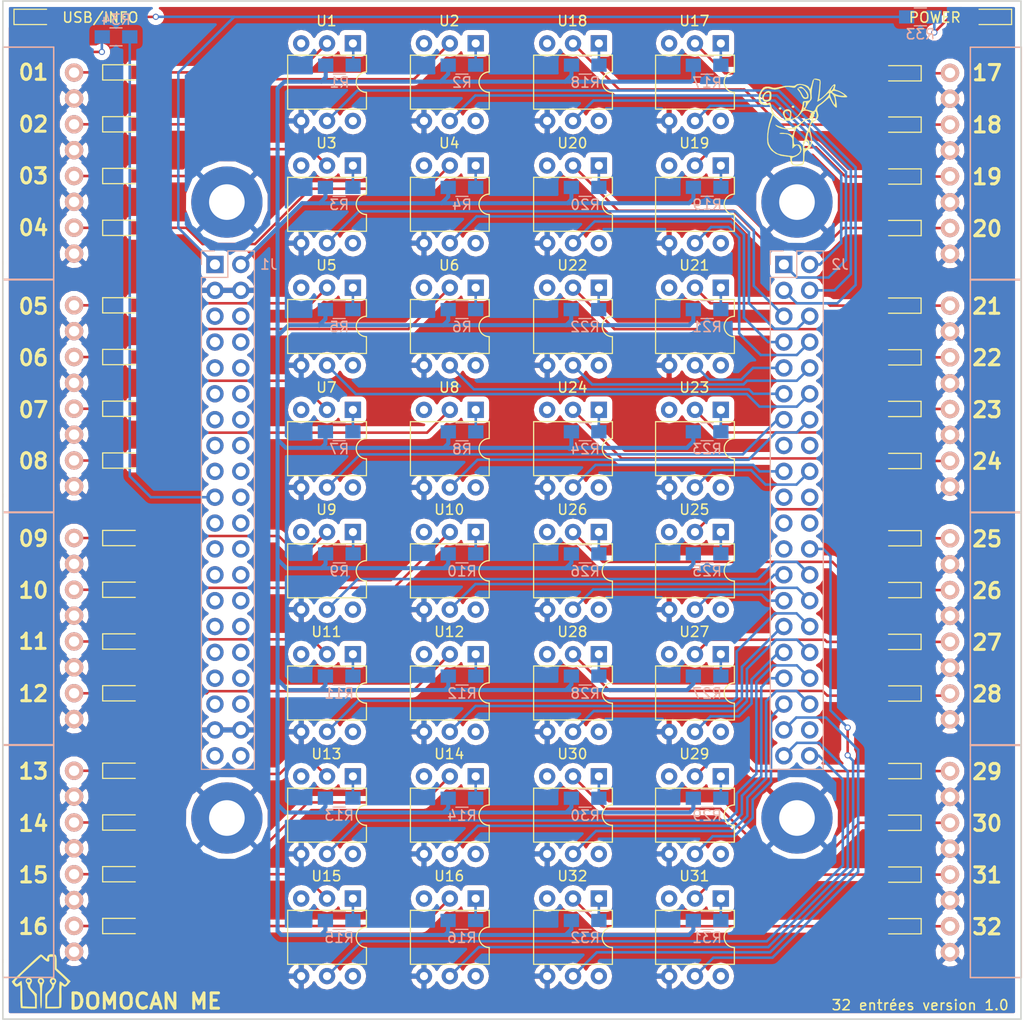
<source format=kicad_pcb>
(kicad_pcb (version 4) (host pcbnew 4.0.7)
  (title_block (title "Carte fille 32 entrées") (date 2017-12-23) (rev 1.0) (company Koala) (comment 1 "DOMOCAN ME"))
  (layers (0 F.Cu signal) (31 B.Cu signal) (34 B.Paste user) (35 F.Paste user) (36 B.SilkS user) (37 F.SilkS user) (38 B.Mask user) (39 F.Mask user) (44 Edge.Cuts user))
  (net 0 "")
  (net 1 "Net-(D1-Pad2)")
  (net 2 "Net-(D2-Pad2)")
  (net 3 "Net-(D3-Pad2)")
  (net 4 "Net-(D4-Pad2)")
  (net 5 "Net-(D5-Pad2)")
  (net 6 "Net-(D6-Pad2)")
  (net 7 "Net-(D7-Pad2)")
  (net 8 "Net-(D8-Pad2)")
  (net 9 "Net-(D9-Pad2)")
  (net 10 "Net-(D10-Pad2)")
  (net 11 "Net-(D11-Pad2)")
  (net 12 "Net-(D12-Pad2)")
  (net 13 "Net-(D13-Pad2)")
  (net 14 "Net-(D14-Pad2)")
  (net 15 "Net-(D15-Pad2)")
  (net 16 "Net-(D16-Pad2)")
  (net 17 "Net-(D17-Pad2)")
  (net 18 "Net-(D18-Pad2)")
  (net 19 "Net-(D19-Pad2)")
  (net 20 "Net-(D20-Pad2)")
  (net 21 "Net-(D21-Pad2)")
  (net 22 "Net-(D22-Pad2)")
  (net 23 "Net-(D23-Pad2)")
  (net 24 "Net-(D24-Pad2)")
  (net 25 "Net-(D25-Pad2)")
  (net 26 "Net-(D26-Pad2)")
  (net 27 "Net-(D27-Pad2)")
  (net 28 "Net-(D28-Pad2)")
  (net 29 "Net-(D29-Pad2)")
  (net 30 "Net-(D30-Pad2)")
  (net 31 "Net-(D31-Pad2)")
  (net 32 "Net-(D32-Pad2)")
  (net 33 "Net-(J1-Pad5)")
  (net 34 "Net-(J1-Pad6)")
  (net 35 "Net-(J1-Pad7)")
  (net 36 "Net-(J1-Pad8)")
  (net 37 "Net-(J1-Pad9)")
  (net 38 "Net-(J1-Pad10)")
  (net 39 "Net-(J1-Pad11)")
  (net 40 "Net-(J1-Pad12)")
  (net 41 "Net-(J1-Pad13)")
  (net 42 "Net-(J1-Pad14)")
  (net 43 "Net-(J1-Pad15)")
  (net 44 "Net-(J1-Pad16)")
  (net 45 "Net-(J1-Pad17)")
  (net 46 "Net-(J1-Pad18)")
  (net 47 "Net-(J1-Pad19)")
  (net 48 "Net-(J1-Pad20)")
  (net 49 "Net-(J1-Pad21)")
  (net 50 "Net-(J1-Pad22)")
  (net 51 "Net-(J1-Pad23)")
  (net 52 "Net-(J1-Pad24)")
  (net 53 "Net-(J1-Pad25)")
  (net 54 "Net-(J1-Pad26)")
  (net 55 "Net-(J1-Pad27)")
  (net 56 "Net-(J1-Pad28)")
  (net 57 "Net-(J1-Pad29)")
  (net 58 "Net-(J1-Pad30)")
  (net 59 "Net-(J1-Pad31)")
  (net 60 "Net-(J1-Pad32)")
  (net 61 "Net-(J1-Pad33)")
  (net 62 "Net-(J1-Pad34)")
  (net 63 "Net-(J1-Pad35)")
  (net 64 "Net-(J1-Pad36)")
  (net 65 "Net-(J1-Pad39)")
  (net 66 "Net-(J1-Pad40)")
  (net 67 "Net-(J2-Pad15)")
  (net 68 "Net-(J2-Pad16)")
  (net 69 "Net-(J2-Pad19)")
  (net 70 "Net-(J2-Pad20)")
  (net 71 "Net-(J2-Pad21)")
  (net 72 "Net-(J2-Pad22)")
  (net 73 "Net-(J2-Pad23)")
  (net 74 "Net-(R1-Pad2)")
  (net 75 "Net-(R2-Pad2)")
  (net 76 "Net-(R3-Pad2)")
  (net 77 "Net-(R4-Pad2)")
  (net 78 "Net-(R5-Pad2)")
  (net 79 "Net-(R6-Pad2)")
  (net 80 "Net-(R7-Pad2)")
  (net 81 "Net-(R8-Pad2)")
  (net 82 "Net-(R9-Pad2)")
  (net 83 "Net-(R10-Pad2)")
  (net 84 "Net-(R11-Pad2)")
  (net 85 "Net-(R12-Pad2)")
  (net 86 "Net-(R13-Pad2)")
  (net 87 "Net-(R14-Pad2)")
  (net 88 "Net-(R15-Pad2)")
  (net 89 "Net-(R16-Pad2)")
  (net 90 "Net-(R17-Pad2)")
  (net 91 "Net-(R18-Pad2)")
  (net 92 "Net-(R19-Pad2)")
  (net 93 "Net-(R20-Pad2)")
  (net 94 "Net-(R21-Pad2)")
  (net 95 "Net-(R22-Pad2)")
  (net 96 "Net-(R23-Pad2)")
  (net 97 "Net-(R24-Pad2)")
  (net 98 "Net-(R25-Pad2)")
  (net 99 "Net-(R26-Pad2)")
  (net 100 "Net-(R27-Pad2)")
  (net 101 "Net-(R28-Pad2)")
  (net 102 "Net-(R29-Pad2)")
  (net 103 "Net-(R30-Pad2)")
  (net 104 "Net-(R31-Pad2)")
  (net 105 "Net-(R32-Pad2)")
  (net 106 GND)
  (net 107 "Net-(U1-Pad3)")
  (net 108 "Net-(U1-Pad6)")
  (net 109 "Net-(U2-Pad3)")
  (net 110 "Net-(U2-Pad6)")
  (net 111 "Net-(U3-Pad3)")
  (net 112 "Net-(U3-Pad6)")
  (net 113 "Net-(U4-Pad3)")
  (net 114 "Net-(U4-Pad6)")
  (net 115 "Net-(U5-Pad3)")
  (net 116 "Net-(U5-Pad6)")
  (net 117 "Net-(U6-Pad3)")
  (net 118 "Net-(U6-Pad6)")
  (net 119 "Net-(U7-Pad3)")
  (net 120 "Net-(U7-Pad6)")
  (net 121 "Net-(U8-Pad3)")
  (net 122 "Net-(U8-Pad6)")
  (net 123 "Net-(U9-Pad3)")
  (net 124 "Net-(U9-Pad6)")
  (net 125 "Net-(U10-Pad3)")
  (net 126 "Net-(U10-Pad6)")
  (net 127 "Net-(U11-Pad3)")
  (net 128 "Net-(U11-Pad6)")
  (net 129 "Net-(U12-Pad3)")
  (net 130 "Net-(U12-Pad6)")
  (net 131 "Net-(U13-Pad3)")
  (net 132 "Net-(U13-Pad6)")
  (net 133 "Net-(U14-Pad3)")
  (net 134 "Net-(U14-Pad6)")
  (net 135 "Net-(U15-Pad3)")
  (net 136 "Net-(U15-Pad6)")
  (net 137 "Net-(U16-Pad3)")
  (net 138 "Net-(U16-Pad6)")
  (net 139 "Net-(U17-Pad3)")
  (net 140 "Net-(U17-Pad6)")
  (net 141 "Net-(U18-Pad3)")
  (net 142 "Net-(U18-Pad6)")
  (net 143 "Net-(U19-Pad3)")
  (net 144 "Net-(U19-Pad6)")
  (net 145 "Net-(U20-Pad3)")
  (net 146 "Net-(U20-Pad6)")
  (net 147 "Net-(U21-Pad3)")
  (net 148 "Net-(U21-Pad6)")
  (net 149 "Net-(U22-Pad3)")
  (net 150 "Net-(U22-Pad6)")
  (net 151 "Net-(U23-Pad3)")
  (net 152 "Net-(U23-Pad6)")
  (net 153 "Net-(U24-Pad3)")
  (net 154 "Net-(U24-Pad6)")
  (net 155 "Net-(U25-Pad3)")
  (net 156 "Net-(U25-Pad6)")
  (net 157 "Net-(U26-Pad3)")
  (net 158 "Net-(U26-Pad6)")
  (net 159 "Net-(U27-Pad3)")
  (net 160 "Net-(U27-Pad6)")
  (net 161 "Net-(U28-Pad3)")
  (net 162 "Net-(U28-Pad6)")
  (net 163 "Net-(U29-Pad3)")
  (net 164 "Net-(U29-Pad6)")
  (net 165 "Net-(U30-Pad3)")
  (net 166 "Net-(U30-Pad6)")
  (net 167 "Net-(U31-Pad3)")
  (net 168 "Net-(U31-Pad6)")
  (net 169 "Net-(U32-Pad3)")
  (net 170 "Net-(U32-Pad6)")
  (net 171 IN-01)
  (net 172 IN-02)
  (net 173 IN-03)
  (net 174 IN-04)
  (net 175 IN-05)
  (net 176 IN-06)
  (net 177 IN-07)
  (net 178 IN-08)
  (net 179 IN-09)
  (net 180 IN-10)
  (net 181 IN-11)
  (net 182 IN-12)
  (net 183 IN-13)
  (net 184 IN-14)
  (net 185 IN-15)
  (net 186 IN-16)
  (net 187 IN-17)
  (net 188 IN-18)
  (net 189 IN-19)
  (net 190 IN-20)
  (net 191 IN-21)
  (net 192 IN-22)
  (net 193 IN-23)
  (net 194 IN-24)
  (net 195 IN-28)
  (net 196 IN-27)
  (net 197 IN-26)
  (net 198 IN-25)
  (net 199 IN-32)
  (net 200 IN-31)
  (net 201 IN-30)
  (net 202 IN-29)
  (net 203 J2_P0.03)
  (net 204 J2_P0.02)
  (net 205 J2_P1.00)
  (net 206 J2_P1.01)
  (net 207 J2_P1.04)
  (net 208 J2_P1.08)
  (net 209 J2_P1.09)
  (net 210 J2_P1.10)
  (net 211 J2_P1.14)
  (net 212 J2_P1.15)
  (net 213 J2_P1.16)
  (net 214 J2_P1.17)
  (net 215 J2_P4.29)
  (net 216 J2_P4.28)
  (net 217 J2_P0.06)
  (net 218 J2_P0.07)
  (net 219 J2_P0.22)
  (net 220 J2_P2.11)
  (net 221 J2_P2.12)
  (net 222 J2_P0.18)
  (net 223 J2_P0.19)
  (net 224 J2_P0.20)
  (net 225 J2_P0.21)
  (net 226 J2_P2.08)
  (net 227 J2_P0.16)
  (net 228 J2_P0.15)
  (net 229 J2_P0.17)
  (net 230 J2_P2.04)
  (net 231 J2_P2.05)
  (net 232 J2_P2.06)
  (net 233 J2_P2.07)
  (net 234 +5V)
  (net 235 "Net-(D33-Pad2)")
  (net 236 "Net-(D34-Pad1)")
  (net 237 +3V3)
  (net 238 J2_P2.03)
  (net 239 "Net-(J2-Pad38)")
  (module LEDs:LED_0805_HandSoldering (layer F.Cu) (at 144 30.26)
    (fp_text reference D1 hide)
    (fp_text value LED hide)
    (pad 1 smd rect (at -1.35 0) (size 1.5 1.3) (layers F.Cu F.Paste F.Mask) (net 171 IN-01))
    (pad 2 smd rect (at 1.35 0) (size 1.5 1.3) (layers F.Cu F.Paste F.Mask) (net 1 "Net-(D1-Pad2)"))
  )
  (module LEDs:LED_0805_HandSoldering (layer F.Cu) (at 144 35.36)
    (fp_text reference D2 hide)
    (fp_text value LED hide)
    (pad 1 smd rect (at -1.35 0) (size 1.5 1.3) (layers F.Cu F.Paste F.Mask) (net 172 IN-02))
    (pad 2 smd rect (at 1.35 0) (size 1.5 1.3) (layers F.Cu F.Paste F.Mask) (net 2 "Net-(D2-Pad2)"))
  )
  (module LEDs:LED_0805_HandSoldering (layer F.Cu) (at 144 40.44)
    (fp_text reference D3 hide)
    (fp_text value LED hide)
    (pad 1 smd rect (at -1.35 0) (size 1.5 1.3) (layers F.Cu F.Paste F.Mask) (net 173 IN-03))
    (pad 2 smd rect (at 1.35 0) (size 1.5 1.3) (layers F.Cu F.Paste F.Mask) (net 3 "Net-(D3-Pad2)"))
  )
  (module LEDs:LED_0805_HandSoldering (layer F.Cu) (at 144 45.53)
    (fp_text reference D4 hide)
    (fp_text value LED hide)
    (pad 1 smd rect (at -1.35 0) (size 1.5 1.3) (layers F.Cu F.Paste F.Mask) (net 174 IN-04))
    (pad 2 smd rect (at 1.35 0) (size 1.5 1.3) (layers F.Cu F.Paste F.Mask) (net 4 "Net-(D4-Pad2)"))
  )
  (module LEDs:LED_0805_HandSoldering (layer F.Cu) (at 144 53.14)
    (fp_text reference D5 hide)
    (fp_text value LED hide)
    (pad 1 smd rect (at -1.35 0) (size 1.5 1.3) (layers F.Cu F.Paste F.Mask) (net 175 IN-05))
    (pad 2 smd rect (at 1.35 0) (size 1.5 1.3) (layers F.Cu F.Paste F.Mask) (net 5 "Net-(D5-Pad2)"))
  )
  (module LEDs:LED_0805_HandSoldering (layer F.Cu) (at 144 58.22)
    (fp_text reference D6 hide)
    (fp_text value LED hide)
    (pad 1 smd rect (at -1.35 0) (size 1.5 1.3) (layers F.Cu F.Paste F.Mask) (net 176 IN-06))
    (pad 2 smd rect (at 1.35 0) (size 1.5 1.3) (layers F.Cu F.Paste F.Mask) (net 6 "Net-(D6-Pad2)"))
  )
  (module LEDs:LED_0805_HandSoldering (layer F.Cu) (at 144 63.3)
    (fp_text reference D7 hide)
    (fp_text value LED hide)
    (pad 1 smd rect (at -1.35 0) (size 1.5 1.3) (layers F.Cu F.Paste F.Mask) (net 177 IN-07))
    (pad 2 smd rect (at 1.35 0) (size 1.5 1.3) (layers F.Cu F.Paste F.Mask) (net 7 "Net-(D7-Pad2)"))
  )
  (module LEDs:LED_0805_HandSoldering (layer F.Cu) (at 144 68.39)
    (fp_text reference D8 hide)
    (fp_text value LED hide)
    (pad 1 smd rect (at -1.35 0) (size 1.5 1.3) (layers F.Cu F.Paste F.Mask) (net 178 IN-08))
    (pad 2 smd rect (at 1.35 0) (size 1.5 1.3) (layers F.Cu F.Paste F.Mask) (net 8 "Net-(D8-Pad2)"))
  )
  (module LEDs:LED_0805_HandSoldering (layer F.Cu) (at 144 76)
    (fp_text reference D9 hide)
    (fp_text value LED hide)
    (pad 1 smd rect (at -1.35 0) (size 1.5 1.3) (layers F.Cu F.Paste F.Mask) (net 179 IN-09))
    (pad 2 smd rect (at 1.35 0) (size 1.5 1.3) (layers F.Cu F.Paste F.Mask) (net 9 "Net-(D9-Pad2)"))
  )
  (module LEDs:LED_0805_HandSoldering (layer F.Cu) (at 144 81.08)
    (fp_text reference D10 hide)
    (fp_text value LED hide)
    (pad 1 smd rect (at -1.35 0) (size 1.5 1.3) (layers F.Cu F.Paste F.Mask) (net 180 IN-10))
    (pad 2 smd rect (at 1.35 0) (size 1.5 1.3) (layers F.Cu F.Paste F.Mask) (net 10 "Net-(D10-Pad2)"))
  )
  (module LEDs:LED_0805_HandSoldering (layer F.Cu) (at 144 86.16)
    (fp_text reference D11 hide)
    (fp_text value LED hide)
    (pad 1 smd rect (at -1.35 0) (size 1.5 1.3) (layers F.Cu F.Paste F.Mask) (net 181 IN-11))
    (pad 2 smd rect (at 1.35 0) (size 1.5 1.3) (layers F.Cu F.Paste F.Mask) (net 11 "Net-(D11-Pad2)"))
  )
  (module LEDs:LED_0805_HandSoldering (layer F.Cu) (at 144 91.25)
    (fp_text reference D12 hide)
    (fp_text value LED hide)
    (pad 1 smd rect (at -1.35 0) (size 1.5 1.3) (layers F.Cu F.Paste F.Mask) (net 182 IN-12))
    (pad 2 smd rect (at 1.35 0) (size 1.5 1.3) (layers F.Cu F.Paste F.Mask) (net 12 "Net-(D12-Pad2)"))
  )
  (module LEDs:LED_0805_HandSoldering (layer F.Cu) (at 144 98.86)
    (fp_text reference D13 hide)
    (fp_text value LED hide)
    (pad 1 smd rect (at -1.35 0) (size 1.5 1.3) (layers F.Cu F.Paste F.Mask) (net 183 IN-13))
    (pad 2 smd rect (at 1.35 0) (size 1.5 1.3) (layers F.Cu F.Paste F.Mask) (net 13 "Net-(D13-Pad2)"))
  )
  (module LEDs:LED_0805_HandSoldering (layer F.Cu) (at 144 103.94)
    (fp_text reference D14 hide)
    (fp_text value LED hide)
    (pad 1 smd rect (at -1.35 0) (size 1.5 1.3) (layers F.Cu F.Paste F.Mask) (net 184 IN-14))
    (pad 2 smd rect (at 1.35 0) (size 1.5 1.3) (layers F.Cu F.Paste F.Mask) (net 14 "Net-(D14-Pad2)"))
  )
  (module LEDs:LED_0805_HandSoldering (layer F.Cu) (at 144 109.02)
    (fp_text reference D15 hide)
    (fp_text value LED hide)
    (pad 1 smd rect (at -1.35 0) (size 1.5 1.3) (layers F.Cu F.Paste F.Mask) (net 185 IN-15))
    (pad 2 smd rect (at 1.35 0) (size 1.5 1.3) (layers F.Cu F.Paste F.Mask) (net 15 "Net-(D15-Pad2)"))
  )
  (module LEDs:LED_0805_HandSoldering (layer F.Cu) (at 144 114.11)
    (fp_text reference D16 hide)
    (fp_text value LED hide)
    (pad 1 smd rect (at -1.35 0) (size 1.5 1.3) (layers F.Cu F.Paste F.Mask) (net 186 IN-16))
    (pad 2 smd rect (at 1.35 0) (size 1.5 1.3) (layers F.Cu F.Paste F.Mask) (net 16 "Net-(D16-Pad2)"))
  )
  (module LEDs:LED_0805_HandSoldering (layer F.Cu) (at 220 30.35 180)
    (fp_text reference D17 hide)
    (fp_text value LED hide)
    (pad 1 smd rect (at -1.35 0 180) (size 1.5 1.3) (layers F.Cu F.Paste F.Mask) (net 187 IN-17))
    (pad 2 smd rect (at 1.35 0 180) (size 1.5 1.3) (layers F.Cu F.Paste F.Mask) (net 17 "Net-(D17-Pad2)"))
  )
  (module LEDs:LED_0805_HandSoldering (layer F.Cu) (at 220 35.39 180)
    (fp_text reference D18 hide)
    (fp_text value LED hide)
    (pad 1 smd rect (at -1.35 0 180) (size 1.5 1.3) (layers F.Cu F.Paste F.Mask) (net 188 IN-18))
    (pad 2 smd rect (at 1.35 0 180) (size 1.5 1.3) (layers F.Cu F.Paste F.Mask) (net 18 "Net-(D18-Pad2)"))
  )
  (module LEDs:LED_0805_HandSoldering (layer F.Cu) (at 220 40.49 180)
    (fp_text reference D19 hide)
    (fp_text value LED hide)
    (pad 1 smd rect (at -1.35 0 180) (size 1.5 1.3) (layers F.Cu F.Paste F.Mask) (net 189 IN-19))
    (pad 2 smd rect (at 1.35 0 180) (size 1.5 1.3) (layers F.Cu F.Paste F.Mask) (net 19 "Net-(D19-Pad2)"))
  )
  (module LEDs:LED_0805_HandSoldering (layer F.Cu) (at 220 45.55 180)
    (fp_text reference D20 hide)
    (fp_text value LED hide)
    (pad 1 smd rect (at -1.35 0 180) (size 1.5 1.3) (layers F.Cu F.Paste F.Mask) (net 190 IN-20))
    (pad 2 smd rect (at 1.35 0 180) (size 1.5 1.3) (layers F.Cu F.Paste F.Mask) (net 20 "Net-(D20-Pad2)"))
  )
  (module LEDs:LED_0805_HandSoldering (layer F.Cu) (at 219.99 53.17 180)
    (fp_text reference D21 hide)
    (fp_text value LED hide)
    (pad 1 smd rect (at -1.35 0 180) (size 1.5 1.3) (layers F.Cu F.Paste F.Mask) (net 191 IN-21))
    (pad 2 smd rect (at 1.35 0 180) (size 1.5 1.3) (layers F.Cu F.Paste F.Mask) (net 21 "Net-(D21-Pad2)"))
  )
  (module LEDs:LED_0805_HandSoldering (layer F.Cu) (at 220 58.25 180)
    (fp_text reference D22 hide)
    (fp_text value LED hide)
    (pad 1 smd rect (at -1.35 0 180) (size 1.5 1.3) (layers F.Cu F.Paste F.Mask) (net 192 IN-22))
    (pad 2 smd rect (at 1.35 0 180) (size 1.5 1.3) (layers F.Cu F.Paste F.Mask) (net 22 "Net-(D22-Pad2)"))
  )
  (module LEDs:LED_0805_HandSoldering (layer F.Cu) (at 219.99 63.32 180)
    (fp_text reference D23 hide)
    (fp_text value LED hide)
    (pad 1 smd rect (at -1.35 0 180) (size 1.5 1.3) (layers F.Cu F.Paste F.Mask) (net 193 IN-23))
    (pad 2 smd rect (at 1.35 0 180) (size 1.5 1.3) (layers F.Cu F.Paste F.Mask) (net 23 "Net-(D23-Pad2)"))
  )
  (module LEDs:LED_0805_HandSoldering (layer F.Cu) (at 220 68.43 180)
    (fp_text reference D24 hide)
    (fp_text value LED hide)
    (pad 1 smd rect (at -1.35 0 180) (size 1.5 1.3) (layers F.Cu F.Paste F.Mask) (net 194 IN-24))
    (pad 2 smd rect (at 1.35 0 180) (size 1.5 1.3) (layers F.Cu F.Paste F.Mask) (net 24 "Net-(D24-Pad2)"))
  )
  (module LEDs:LED_0805_HandSoldering (layer F.Cu) (at 220 76.02 180)
    (fp_text reference D25 hide)
    (fp_text value LED hide)
    (pad 1 smd rect (at -1.35 0 180) (size 1.5 1.3) (layers F.Cu F.Paste F.Mask) (net 198 IN-25))
    (pad 2 smd rect (at 1.35 0 180) (size 1.5 1.3) (layers F.Cu F.Paste F.Mask) (net 25 "Net-(D25-Pad2)"))
  )
  (module LEDs:LED_0805_HandSoldering (layer F.Cu) (at 220 81.11 180)
    (fp_text reference D26 hide)
    (fp_text value LED hide)
    (pad 1 smd rect (at -1.35 0 180) (size 1.5 1.3) (layers F.Cu F.Paste F.Mask) (net 197 IN-26))
    (pad 2 smd rect (at 1.35 0 180) (size 1.5 1.3) (layers F.Cu F.Paste F.Mask) (net 26 "Net-(D26-Pad2)"))
  )
  (module LEDs:LED_0805_HandSoldering (layer F.Cu) (at 219.99 86.2 180)
    (fp_text reference D27 hide)
    (fp_text value LED hide)
    (pad 1 smd rect (at -1.35 0 180) (size 1.5 1.3) (layers F.Cu F.Paste F.Mask) (net 196 IN-27))
    (pad 2 smd rect (at 1.35 0 180) (size 1.5 1.3) (layers F.Cu F.Paste F.Mask) (net 27 "Net-(D27-Pad2)"))
  )
  (module LEDs:LED_0805_HandSoldering (layer F.Cu) (at 220 91.27 180)
    (fp_text reference D28 hide)
    (fp_text value LED hide)
    (pad 1 smd rect (at -1.35 0 180) (size 1.5 1.3) (layers F.Cu F.Paste F.Mask) (net 195 IN-28))
    (pad 2 smd rect (at 1.35 0 180) (size 1.5 1.3) (layers F.Cu F.Paste F.Mask) (net 28 "Net-(D28-Pad2)"))
  )
  (module LEDs:LED_0805_HandSoldering (layer F.Cu) (at 220 98.89 180)
    (fp_text reference D29 hide)
    (fp_text value LED hide)
    (pad 1 smd rect (at -1.35 0 180) (size 1.5 1.3) (layers F.Cu F.Paste F.Mask) (net 202 IN-29))
    (pad 2 smd rect (at 1.35 0 180) (size 1.5 1.3) (layers F.Cu F.Paste F.Mask) (net 29 "Net-(D29-Pad2)"))
  )
  (module LEDs:LED_0805_HandSoldering (layer F.Cu) (at 219.99 103.97 180)
    (fp_text reference D30 hide)
    (fp_text value LED hide)
    (pad 1 smd rect (at -1.35 0 180) (size 1.5 1.3) (layers F.Cu F.Paste F.Mask) (net 201 IN-30))
    (pad 2 smd rect (at 1.35 0 180) (size 1.5 1.3) (layers F.Cu F.Paste F.Mask) (net 30 "Net-(D30-Pad2)"))
  )
  (module LEDs:LED_0805_HandSoldering (layer F.Cu) (at 220 109.06 180)
    (fp_text reference D31 hide)
    (fp_text value LED hide)
    (pad 1 smd rect (at -1.35 0 180) (size 1.5 1.3) (layers F.Cu F.Paste F.Mask) (net 200 IN-31))
    (pad 2 smd rect (at 1.35 0 180) (size 1.5 1.3) (layers F.Cu F.Paste F.Mask) (net 31 "Net-(D31-Pad2)"))
  )
  (module LEDs:LED_0805_HandSoldering (layer F.Cu) (at 220 114.13 180)
    (fp_text reference D32 hide)
    (fp_text value LED hide)
    (pad 1 smd rect (at -1.35 0 180) (size 1.5 1.3) (layers F.Cu F.Paste F.Mask) (net 199 IN-32))
    (pad 2 smd rect (at 1.35 0 180) (size 1.5 1.3) (layers F.Cu F.Paste F.Mask) (net 32 "Net-(D32-Pad2)"))
  )
  (module Resistors_SMD:R_0805_HandSoldering (layer B.Cu) (at 165.06 29.55)
    (fp_text reference R1 (at 0 1.7) (layer B.SilkS) (effects (justify mirror)))
    (fp_text value 220R)
    (pad 1 smd rect (at -1.35 0) (size 1.5 1.3) (layers B.Cu B.Paste B.Mask) (net 234 +5V))
    (pad 2 smd rect (at 1.35 0) (size 1.5 1.3) (layers B.Cu B.Paste B.Mask) (net 74 "Net-(R1-Pad2)"))
  )
  (module Resistors_SMD:R_0805_HandSoldering (layer B.Cu) (at 177.09 29.55)
    (fp_text reference R2 (at 0 1.7) (layer B.SilkS) (effects (justify mirror)))
    (fp_text value 220R)
    (pad 1 smd rect (at -1.35 0) (size 1.5 1.3) (layers B.Cu B.Paste B.Mask) (net 234 +5V))
    (pad 2 smd rect (at 1.35 0) (size 1.5 1.3) (layers B.Cu B.Paste B.Mask) (net 75 "Net-(R2-Pad2)"))
  )
  (module Resistors_SMD:R_0805_HandSoldering (layer B.Cu) (at 165.03 41.56)
    (fp_text reference R3 (at 0 1.7) (layer B.SilkS) (effects (justify mirror)))
    (fp_text value 220R)
    (pad 1 smd rect (at -1.35 0) (size 1.5 1.3) (layers B.Cu B.Paste B.Mask) (net 234 +5V))
    (pad 2 smd rect (at 1.35 0) (size 1.5 1.3) (layers B.Cu B.Paste B.Mask) (net 76 "Net-(R3-Pad2)"))
  )
  (module Resistors_SMD:R_0805_HandSoldering (layer B.Cu) (at 177.09 41.56)
    (fp_text reference R4 (at 0 1.7) (layer B.SilkS) (effects (justify mirror)))
    (fp_text value 220R)
    (pad 1 smd rect (at -1.35 0) (size 1.5 1.3) (layers B.Cu B.Paste B.Mask) (net 234 +5V))
    (pad 2 smd rect (at 1.35 0) (size 1.5 1.3) (layers B.Cu B.Paste B.Mask) (net 77 "Net-(R4-Pad2)"))
  )
  (module Resistors_SMD:R_0805_HandSoldering (layer B.Cu) (at 165.03 53.56)
    (fp_text reference R5 (at 0 1.7) (layer B.SilkS) (effects (justify mirror)))
    (fp_text value 220R)
    (pad 1 smd rect (at -1.35 0) (size 1.5 1.3) (layers B.Cu B.Paste B.Mask) (net 234 +5V))
    (pad 2 smd rect (at 1.35 0) (size 1.5 1.3) (layers B.Cu B.Paste B.Mask) (net 78 "Net-(R5-Pad2)"))
  )
  (module Resistors_SMD:R_0805_HandSoldering (layer B.Cu) (at 177.09 53.56)
    (fp_text reference R6 (at 0 1.7) (layer B.SilkS) (effects (justify mirror)))
    (fp_text value 220R)
    (pad 1 smd rect (at -1.35 0) (size 1.5 1.3) (layers B.Cu B.Paste B.Mask) (net 234 +5V))
    (pad 2 smd rect (at 1.35 0) (size 1.5 1.3) (layers B.Cu B.Paste B.Mask) (net 79 "Net-(R6-Pad2)"))
  )
  (module Resistors_SMD:R_0805_HandSoldering (layer B.Cu) (at 165.03 65.56)
    (fp_text reference R7 (at 0 1.7) (layer B.SilkS) (effects (justify mirror)))
    (fp_text value 220R)
    (pad 1 smd rect (at -1.35 0) (size 1.5 1.3) (layers B.Cu B.Paste B.Mask) (net 234 +5V))
    (pad 2 smd rect (at 1.35 0) (size 1.5 1.3) (layers B.Cu B.Paste B.Mask) (net 80 "Net-(R7-Pad2)"))
  )
  (module Resistors_SMD:R_0805_HandSoldering (layer B.Cu) (at 177.1 65.57)
    (fp_text reference R8 (at 0 1.7) (layer B.SilkS) (effects (justify mirror)))
    (fp_text value 220R)
    (pad 1 smd rect (at -1.35 0) (size 1.5 1.3) (layers B.Cu B.Paste B.Mask) (net 234 +5V))
    (pad 2 smd rect (at 1.35 0) (size 1.5 1.3) (layers B.Cu B.Paste B.Mask) (net 81 "Net-(R8-Pad2)"))
  )
  (module Resistors_SMD:R_0805_HandSoldering (layer B.Cu) (at 165.05 77.56)
    (fp_text reference R9 (at 0 1.7) (layer B.SilkS) (effects (justify mirror)))
    (fp_text value 220R)
    (pad 1 smd rect (at -1.35 0) (size 1.5 1.3) (layers B.Cu B.Paste B.Mask) (net 234 +5V))
    (pad 2 smd rect (at 1.35 0) (size 1.5 1.3) (layers B.Cu B.Paste B.Mask) (net 82 "Net-(R9-Pad2)"))
  )
  (module Resistors_SMD:R_0805_HandSoldering (layer B.Cu) (at 177.09 77.56)
    (fp_text reference R10 (at 0 1.7) (layer B.SilkS) (effects (justify mirror)))
    (fp_text value 220R)
    (pad 1 smd rect (at -1.35 0) (size 1.5 1.3) (layers B.Cu B.Paste B.Mask) (net 234 +5V))
    (pad 2 smd rect (at 1.35 0) (size 1.5 1.3) (layers B.Cu B.Paste B.Mask) (net 83 "Net-(R10-Pad2)"))
  )
  (module Resistors_SMD:R_0805_HandSoldering (layer B.Cu) (at 165.03 89.56)
    (fp_text reference R11 (at 0 1.7) (layer B.SilkS) (effects (justify mirror)))
    (fp_text value 220R)
    (pad 1 smd rect (at -1.35 0) (size 1.5 1.3) (layers B.Cu B.Paste B.Mask) (net 234 +5V))
    (pad 2 smd rect (at 1.35 0) (size 1.5 1.3) (layers B.Cu B.Paste B.Mask) (net 84 "Net-(R11-Pad2)"))
  )
  (module Resistors_SMD:R_0805_HandSoldering (layer B.Cu) (at 177.1 89.56)
    (fp_text reference R12 (at 0 1.7) (layer B.SilkS) (effects (justify mirror)))
    (fp_text value 220R)
    (pad 1 smd rect (at -1.35 0) (size 1.5 1.3) (layers B.Cu B.Paste B.Mask) (net 234 +5V))
    (pad 2 smd rect (at 1.35 0) (size 1.5 1.3) (layers B.Cu B.Paste B.Mask) (net 85 "Net-(R12-Pad2)"))
  )
  (module Resistors_SMD:R_0805_HandSoldering (layer B.Cu) (at 165.03 101.55)
    (fp_text reference R13 (at 0 1.7) (layer B.SilkS) (effects (justify mirror)))
    (fp_text value 220R)
    (pad 1 smd rect (at -1.35 0) (size 1.5 1.3) (layers B.Cu B.Paste B.Mask) (net 234 +5V))
    (pad 2 smd rect (at 1.35 0) (size 1.5 1.3) (layers B.Cu B.Paste B.Mask) (net 86 "Net-(R13-Pad2)"))
  )
  (module Resistors_SMD:R_0805_HandSoldering (layer B.Cu) (at 177.09 101.56)
    (fp_text reference R14 (at 0 1.7) (layer B.SilkS) (effects (justify mirror)))
    (fp_text value 220R)
    (pad 1 smd rect (at -1.35 0) (size 1.5 1.3) (layers B.Cu B.Paste B.Mask) (net 234 +5V))
    (pad 2 smd rect (at 1.35 0) (size 1.5 1.3) (layers B.Cu B.Paste B.Mask) (net 87 "Net-(R14-Pad2)"))
  )
  (module Resistors_SMD:R_0805_HandSoldering (layer B.Cu) (at 165.03 113.56)
    (fp_text reference R15 (at 0 1.7) (layer B.SilkS) (effects (justify mirror)))
    (fp_text value 220R)
    (pad 1 smd rect (at -1.35 0) (size 1.5 1.3) (layers B.Cu B.Paste B.Mask) (net 234 +5V))
    (pad 2 smd rect (at 1.35 0) (size 1.5 1.3) (layers B.Cu B.Paste B.Mask) (net 88 "Net-(R15-Pad2)"))
  )
  (module Resistors_SMD:R_0805_HandSoldering (layer B.Cu) (at 177.08 113.56)
    (fp_text reference R16 (at 0 1.7) (layer B.SilkS) (effects (justify mirror)))
    (fp_text value 220R)
    (pad 1 smd rect (at -1.35 0) (size 1.5 1.3) (layers B.Cu B.Paste B.Mask) (net 234 +5V))
    (pad 2 smd rect (at 1.35 0) (size 1.5 1.3) (layers B.Cu B.Paste B.Mask) (net 89 "Net-(R16-Pad2)"))
  )
  (module Resistors_SMD:R_0805_HandSoldering (layer B.Cu) (at 201.17 29.56)
    (fp_text reference R17 (at 0 1.7) (layer B.SilkS) (effects (justify mirror)))
    (fp_text value 220R)
    (pad 1 smd rect (at -1.35 0) (size 1.5 1.3) (layers B.Cu B.Paste B.Mask) (net 234 +5V))
    (pad 2 smd rect (at 1.35 0) (size 1.5 1.3) (layers B.Cu B.Paste B.Mask) (net 90 "Net-(R17-Pad2)"))
  )
  (module Resistors_SMD:R_0805_HandSoldering (layer B.Cu) (at 189.2 29.55)
    (fp_text reference R18 (at 0 1.7) (layer B.SilkS) (effects (justify mirror)))
    (fp_text value 220R)
    (pad 1 smd rect (at -1.35 0) (size 1.5 1.3) (layers B.Cu B.Paste B.Mask) (net 234 +5V))
    (pad 2 smd rect (at 1.35 0) (size 1.5 1.3) (layers B.Cu B.Paste B.Mask) (net 91 "Net-(R18-Pad2)"))
  )
  (module Resistors_SMD:R_0805_HandSoldering (layer B.Cu) (at 201.18 41.55)
    (fp_text reference R19 (at 0 1.7) (layer B.SilkS) (effects (justify mirror)))
    (fp_text value 220R)
    (pad 1 smd rect (at -1.35 0) (size 1.5 1.3) (layers B.Cu B.Paste B.Mask) (net 234 +5V))
    (pad 2 smd rect (at 1.35 0) (size 1.5 1.3) (layers B.Cu B.Paste B.Mask) (net 92 "Net-(R19-Pad2)"))
  )
  (module Resistors_SMD:R_0805_HandSoldering (layer B.Cu) (at 189.19 41.56)
    (fp_text reference R20 (at 0 1.7) (layer B.SilkS) (effects (justify mirror)))
    (fp_text value 220R)
    (pad 1 smd rect (at -1.35 0) (size 1.5 1.3) (layers B.Cu B.Paste B.Mask) (net 234 +5V))
    (pad 2 smd rect (at 1.35 0) (size 1.5 1.3) (layers B.Cu B.Paste B.Mask) (net 93 "Net-(R20-Pad2)"))
  )
  (module Resistors_SMD:R_0805_HandSoldering (layer B.Cu) (at 201.17 53.56)
    (fp_text reference R21 (at 0 1.7) (layer B.SilkS) (effects (justify mirror)))
    (fp_text value 220R)
    (pad 1 smd rect (at -1.35 0) (size 1.5 1.3) (layers B.Cu B.Paste B.Mask) (net 234 +5V))
    (pad 2 smd rect (at 1.35 0) (size 1.5 1.3) (layers B.Cu B.Paste B.Mask) (net 94 "Net-(R21-Pad2)"))
  )
  (module Resistors_SMD:R_0805_HandSoldering (layer B.Cu) (at 189.17 53.56)
    (fp_text reference R22 (at 0 1.7) (layer B.SilkS) (effects (justify mirror)))
    (fp_text value 220R)
    (pad 1 smd rect (at -1.35 0) (size 1.5 1.3) (layers B.Cu B.Paste B.Mask) (net 234 +5V))
    (pad 2 smd rect (at 1.35 0) (size 1.5 1.3) (layers B.Cu B.Paste B.Mask) (net 95 "Net-(R22-Pad2)"))
  )
  (module Resistors_SMD:R_0805_HandSoldering (layer B.Cu) (at 201.17 65.56)
    (fp_text reference R23 (at 0 1.7) (layer B.SilkS) (effects (justify mirror)))
    (fp_text value 220R)
    (pad 1 smd rect (at -1.35 0) (size 1.5 1.3) (layers B.Cu B.Paste B.Mask) (net 234 +5V))
    (pad 2 smd rect (at 1.35 0) (size 1.5 1.3) (layers B.Cu B.Paste B.Mask) (net 96 "Net-(R23-Pad2)"))
  )
  (module Resistors_SMD:R_0805_HandSoldering (layer B.Cu) (at 189.19 65.56)
    (fp_text reference R24 (at 0 1.7) (layer B.SilkS) (effects (justify mirror)))
    (fp_text value 220R)
    (pad 1 smd rect (at -1.35 0) (size 1.5 1.3) (layers B.Cu B.Paste B.Mask) (net 234 +5V))
    (pad 2 smd rect (at 1.35 0) (size 1.5 1.3) (layers B.Cu B.Paste B.Mask) (net 97 "Net-(R24-Pad2)"))
  )
  (module Resistors_SMD:R_0805_HandSoldering (layer B.Cu) (at 201.17 77.55)
    (fp_text reference R25 (at 0 1.7) (layer B.SilkS) (effects (justify mirror)))
    (fp_text value 220R)
    (pad 1 smd rect (at -1.35 0) (size 1.5 1.3) (layers B.Cu B.Paste B.Mask) (net 234 +5V))
    (pad 2 smd rect (at 1.35 0) (size 1.5 1.3) (layers B.Cu B.Paste B.Mask) (net 98 "Net-(R25-Pad2)"))
  )
  (module Resistors_SMD:R_0805_HandSoldering (layer B.Cu) (at 189.19 77.56)
    (fp_text reference R26 (at 0 1.7) (layer B.SilkS) (effects (justify mirror)))
    (fp_text value 220R)
    (pad 1 smd rect (at -1.35 0) (size 1.5 1.3) (layers B.Cu B.Paste B.Mask) (net 234 +5V))
    (pad 2 smd rect (at 1.35 0) (size 1.5 1.3) (layers B.Cu B.Paste B.Mask) (net 99 "Net-(R26-Pad2)"))
  )
  (module Resistors_SMD:R_0805_HandSoldering (layer B.Cu) (at 201.17 89.56)
    (fp_text reference R27 (at 0 1.7) (layer B.SilkS) (effects (justify mirror)))
    (fp_text value 220R)
    (pad 1 smd rect (at -1.35 0) (size 1.5 1.3) (layers B.Cu B.Paste B.Mask) (net 234 +5V))
    (pad 2 smd rect (at 1.35 0) (size 1.5 1.3) (layers B.Cu B.Paste B.Mask) (net 100 "Net-(R27-Pad2)"))
  )
  (module Resistors_SMD:R_0805_HandSoldering (layer B.Cu) (at 189.19 89.56)
    (fp_text reference R28 (at 0 1.7) (layer B.SilkS) (effects (justify mirror)))
    (fp_text value 220R)
    (pad 1 smd rect (at -1.35 0) (size 1.5 1.3) (layers B.Cu B.Paste B.Mask) (net 234 +5V))
    (pad 2 smd rect (at 1.35 0) (size 1.5 1.3) (layers B.Cu B.Paste B.Mask) (net 101 "Net-(R28-Pad2)"))
  )
  (module Resistors_SMD:R_0805_HandSoldering (layer B.Cu) (at 201.17 101.56)
    (fp_text reference R29 (at 0 1.7) (layer B.SilkS) (effects (justify mirror)))
    (fp_text value 220R)
    (pad 1 smd rect (at -1.35 0) (size 1.5 1.3) (layers B.Cu B.Paste B.Mask) (net 234 +5V))
    (pad 2 smd rect (at 1.35 0) (size 1.5 1.3) (layers B.Cu B.Paste B.Mask) (net 102 "Net-(R29-Pad2)"))
  )
  (module Resistors_SMD:R_0805_HandSoldering (layer B.Cu) (at 189.19 101.56)
    (fp_text reference R30 (at 0 1.7) (layer B.SilkS) (effects (justify mirror)))
    (fp_text value 220R)
    (pad 1 smd rect (at -1.35 0) (size 1.5 1.3) (layers B.Cu B.Paste B.Mask) (net 234 +5V))
    (pad 2 smd rect (at 1.35 0) (size 1.5 1.3) (layers B.Cu B.Paste B.Mask) (net 103 "Net-(R30-Pad2)"))
  )
  (module Resistors_SMD:R_0805_HandSoldering (layer B.Cu) (at 201.17 113.56)
    (fp_text reference R31 (at 0 1.7) (layer B.SilkS) (effects (justify mirror)))
    (fp_text value 220R)
    (pad 1 smd rect (at -1.35 0) (size 1.5 1.3) (layers B.Cu B.Paste B.Mask) (net 234 +5V))
    (pad 2 smd rect (at 1.35 0) (size 1.5 1.3) (layers B.Cu B.Paste B.Mask) (net 104 "Net-(R31-Pad2)"))
  )
  (module Resistors_SMD:R_0805_HandSoldering (layer B.Cu) (at 189.19 113.56)
    (fp_text reference R32 (at 0 1.7) (layer B.SilkS) (effects (justify mirror)))
    (fp_text value 220R)
    (pad 1 smd rect (at -1.35 0) (size 1.5 1.3) (layers B.Cu B.Paste B.Mask) (net 234 +5V))
    (pad 2 smd rect (at 1.35 0) (size 1.5 1.3) (layers B.Cu B.Paste B.Mask) (net 105 "Net-(R32-Pad2)"))
  )
  (module Housings_DIP:DIP-6_W7.62mm (layer F.Cu) (at 166.38 27.41 270)
    (fp_text reference U1 (at -2.2 2.6 360) (layer F.SilkS))
    (fp_text value CNY17 hide)
    (pad 1 thru_hole rect (at 0 0 270) (size 1.6 1.6) (drill 0.8) (layers *.Cu *.Mask) (net 74 "Net-(R1-Pad2)"))
    (pad 4 thru_hole oval (at 7.62 5.08 270) (size 1.6 1.6) (drill 0.8) (layers *.Cu *.Mask) (net 106 GND))
    (pad 2 thru_hole oval (at 0 2.54 270) (size 1.6 1.6) (drill 0.8) (layers *.Cu *.Mask) (net 1 "Net-(D1-Pad2)"))
    (pad 5 thru_hole oval (at 7.62 2.54 270) (size 1.6 1.6) (drill 0.8) (layers *.Cu *.Mask) (net 205 J2_P1.00))
    (pad 3 thru_hole oval (at 0 5.08 270) (size 1.6 1.6) (drill 0.8) (layers *.Cu *.Mask) (net 107 "Net-(U1-Pad3)"))
    (pad 6 thru_hole oval (at 7.62 0 270) (size 1.6 1.6) (drill 0.8) (layers *.Cu *.Mask) (net 108 "Net-(U1-Pad6)"))
  )
  (module Housings_DIP:DIP-6_W7.62mm (layer F.Cu) (at 178.44 27.41 270)
    (fp_text reference U2 (at -2.2 2.6 360) (layer F.SilkS))
    (fp_text value CNY17 hide)
    (pad 1 thru_hole rect (at 0 0 270) (size 1.6 1.6) (drill 0.8) (layers *.Cu *.Mask) (net 75 "Net-(R2-Pad2)"))
    (pad 4 thru_hole oval (at 7.62 5.08 270) (size 1.6 1.6) (drill 0.8) (layers *.Cu *.Mask) (net 106 GND))
    (pad 2 thru_hole oval (at 0 2.54 270) (size 1.6 1.6) (drill 0.8) (layers *.Cu *.Mask) (net 2 "Net-(D2-Pad2)"))
    (pad 5 thru_hole oval (at 7.62 2.54 270) (size 1.6 1.6) (drill 0.8) (layers *.Cu *.Mask) (net 206 J2_P1.01))
    (pad 3 thru_hole oval (at 0 5.08 270) (size 1.6 1.6) (drill 0.8) (layers *.Cu *.Mask) (net 109 "Net-(U2-Pad3)"))
    (pad 6 thru_hole oval (at 7.62 0 270) (size 1.6 1.6) (drill 0.8) (layers *.Cu *.Mask) (net 110 "Net-(U2-Pad6)"))
  )
  (module Housings_DIP:DIP-6_W7.62mm (layer F.Cu) (at 166.38 39.41 270)
    (fp_text reference U3 (at -2.2 2.6 360) (layer F.SilkS))
    (fp_text value CNY17 hide)
    (pad 1 thru_hole rect (at 0 0 270) (size 1.6 1.6) (drill 0.8) (layers *.Cu *.Mask) (net 76 "Net-(R3-Pad2)"))
    (pad 4 thru_hole oval (at 7.62 5.08 270) (size 1.6 1.6) (drill 0.8) (layers *.Cu *.Mask) (net 106 GND))
    (pad 2 thru_hole oval (at 0 2.54 270) (size 1.6 1.6) (drill 0.8) (layers *.Cu *.Mask) (net 3 "Net-(D3-Pad2)"))
    (pad 5 thru_hole oval (at 7.62 2.54 270) (size 1.6 1.6) (drill 0.8) (layers *.Cu *.Mask) (net 207 J2_P1.04))
    (pad 3 thru_hole oval (at 0 5.08 270) (size 1.6 1.6) (drill 0.8) (layers *.Cu *.Mask) (net 111 "Net-(U3-Pad3)"))
    (pad 6 thru_hole oval (at 7.62 0 270) (size 1.6 1.6) (drill 0.8) (layers *.Cu *.Mask) (net 112 "Net-(U3-Pad6)"))
  )
  (module Housings_DIP:DIP-6_W7.62mm (layer F.Cu) (at 178.44 39.41 270)
    (fp_text reference U4 (at -2.2 2.6 360) (layer F.SilkS))
    (fp_text value CNY17 hide)
    (pad 1 thru_hole rect (at 0 0 270) (size 1.6 1.6) (drill 0.8) (layers *.Cu *.Mask) (net 77 "Net-(R4-Pad2)"))
    (pad 4 thru_hole oval (at 7.62 5.08 270) (size 1.6 1.6) (drill 0.8) (layers *.Cu *.Mask) (net 106 GND))
    (pad 2 thru_hole oval (at 0 2.54 270) (size 1.6 1.6) (drill 0.8) (layers *.Cu *.Mask) (net 4 "Net-(D4-Pad2)"))
    (pad 5 thru_hole oval (at 7.62 2.54 270) (size 1.6 1.6) (drill 0.8) (layers *.Cu *.Mask) (net 208 J2_P1.08))
    (pad 3 thru_hole oval (at 0 5.08 270) (size 1.6 1.6) (drill 0.8) (layers *.Cu *.Mask) (net 113 "Net-(U4-Pad3)"))
    (pad 6 thru_hole oval (at 7.62 0 270) (size 1.6 1.6) (drill 0.8) (layers *.Cu *.Mask) (net 114 "Net-(U4-Pad6)"))
  )
  (module Housings_DIP:DIP-6_W7.62mm (layer F.Cu) (at 166.38 51.41 270)
    (fp_text reference U5 (at -2.2 2.6 360) (layer F.SilkS))
    (fp_text value CNY17 hide)
    (pad 1 thru_hole rect (at 0 0 270) (size 1.6 1.6) (drill 0.8) (layers *.Cu *.Mask) (net 78 "Net-(R5-Pad2)"))
    (pad 4 thru_hole oval (at 7.62 5.08 270) (size 1.6 1.6) (drill 0.8) (layers *.Cu *.Mask) (net 106 GND))
    (pad 2 thru_hole oval (at 0 2.54 270) (size 1.6 1.6) (drill 0.8) (layers *.Cu *.Mask) (net 5 "Net-(D5-Pad2)"))
    (pad 5 thru_hole oval (at 7.62 2.54 270) (size 1.6 1.6) (drill 0.8) (layers *.Cu *.Mask) (net 214 J2_P1.17))
    (pad 3 thru_hole oval (at 0 5.08 270) (size 1.6 1.6) (drill 0.8) (layers *.Cu *.Mask) (net 115 "Net-(U5-Pad3)"))
    (pad 6 thru_hole oval (at 7.62 0 270) (size 1.6 1.6) (drill 0.8) (layers *.Cu *.Mask) (net 116 "Net-(U5-Pad6)"))
  )
  (module Housings_DIP:DIP-6_W7.62mm (layer F.Cu) (at 178.44 51.41 270)
    (fp_text reference U6 (at -2.2 2.6 360) (layer F.SilkS))
    (fp_text value CNY17 hide)
    (pad 1 thru_hole rect (at 0 0 270) (size 1.6 1.6) (drill 0.8) (layers *.Cu *.Mask) (net 79 "Net-(R6-Pad2)"))
    (pad 4 thru_hole oval (at 7.62 5.08 270) (size 1.6 1.6) (drill 0.8) (layers *.Cu *.Mask) (net 106 GND))
    (pad 2 thru_hole oval (at 0 2.54 270) (size 1.6 1.6) (drill 0.8) (layers *.Cu *.Mask) (net 6 "Net-(D6-Pad2)"))
    (pad 5 thru_hole oval (at 7.62 2.54 270) (size 1.6 1.6) (drill 0.8) (layers *.Cu *.Mask) (net 213 J2_P1.16))
    (pad 3 thru_hole oval (at 0 5.08 270) (size 1.6 1.6) (drill 0.8) (layers *.Cu *.Mask) (net 117 "Net-(U6-Pad3)"))
    (pad 6 thru_hole oval (at 7.62 0 270) (size 1.6 1.6) (drill 0.8) (layers *.Cu *.Mask) (net 118 "Net-(U6-Pad6)"))
  )
  (module Housings_DIP:DIP-6_W7.62mm (layer F.Cu) (at 166.38 63.41 270)
    (fp_text reference U7 (at -2.2 2.6 360) (layer F.SilkS))
    (fp_text value CNY17 hide)
    (pad 1 thru_hole rect (at 0 0 270) (size 1.6 1.6) (drill 0.8) (layers *.Cu *.Mask) (net 80 "Net-(R7-Pad2)"))
    (pad 4 thru_hole oval (at 7.62 5.08 270) (size 1.6 1.6) (drill 0.8) (layers *.Cu *.Mask) (net 106 GND))
    (pad 2 thru_hole oval (at 0 2.54 270) (size 1.6 1.6) (drill 0.8) (layers *.Cu *.Mask) (net 7 "Net-(D7-Pad2)"))
    (pad 5 thru_hole oval (at 7.62 2.54 270) (size 1.6 1.6) (drill 0.8) (layers *.Cu *.Mask) (net 215 J2_P4.29))
    (pad 3 thru_hole oval (at 0 5.08 270) (size 1.6 1.6) (drill 0.8) (layers *.Cu *.Mask) (net 119 "Net-(U7-Pad3)"))
    (pad 6 thru_hole oval (at 7.62 0 270) (size 1.6 1.6) (drill 0.8) (layers *.Cu *.Mask) (net 120 "Net-(U7-Pad6)"))
  )
  (module Housings_DIP:DIP-6_W7.62mm (layer F.Cu) (at 178.44 63.41 270)
    (fp_text reference U8 (at -2.2 2.6 360) (layer F.SilkS))
    (fp_text value CNY17 hide)
    (pad 1 thru_hole rect (at 0 0 270) (size 1.6 1.6) (drill 0.8) (layers *.Cu *.Mask) (net 81 "Net-(R8-Pad2)"))
    (pad 4 thru_hole oval (at 7.62 5.08 270) (size 1.6 1.6) (drill 0.8) (layers *.Cu *.Mask) (net 106 GND))
    (pad 2 thru_hole oval (at 0 2.54 270) (size 1.6 1.6) (drill 0.8) (layers *.Cu *.Mask) (net 8 "Net-(D8-Pad2)"))
    (pad 5 thru_hole oval (at 7.62 2.54 270) (size 1.6 1.6) (drill 0.8) (layers *.Cu *.Mask) (net 216 J2_P4.28))
    (pad 3 thru_hole oval (at 0 5.08 270) (size 1.6 1.6) (drill 0.8) (layers *.Cu *.Mask) (net 121 "Net-(U8-Pad3)"))
    (pad 6 thru_hole oval (at 7.62 0 270) (size 1.6 1.6) (drill 0.8) (layers *.Cu *.Mask) (net 122 "Net-(U8-Pad6)"))
  )
  (module Housings_DIP:DIP-6_W7.62mm (layer F.Cu) (at 166.38 75.41 270)
    (fp_text reference U9 (at -2.2 2.6 360) (layer F.SilkS))
    (fp_text value CNY17 hide)
    (pad 1 thru_hole rect (at 0 0 270) (size 1.6 1.6) (drill 0.8) (layers *.Cu *.Mask) (net 82 "Net-(R9-Pad2)"))
    (pad 4 thru_hole oval (at 7.62 5.08 270) (size 1.6 1.6) (drill 0.8) (layers *.Cu *.Mask) (net 106 GND))
    (pad 2 thru_hole oval (at 0 2.54 270) (size 1.6 1.6) (drill 0.8) (layers *.Cu *.Mask) (net 9 "Net-(D9-Pad2)"))
    (pad 5 thru_hole oval (at 7.62 2.54 270) (size 1.6 1.6) (drill 0.8) (layers *.Cu *.Mask) (net 231 J2_P2.05))
    (pad 3 thru_hole oval (at 0 5.08 270) (size 1.6 1.6) (drill 0.8) (layers *.Cu *.Mask) (net 123 "Net-(U9-Pad3)"))
    (pad 6 thru_hole oval (at 7.62 0 270) (size 1.6 1.6) (drill 0.8) (layers *.Cu *.Mask) (net 124 "Net-(U9-Pad6)"))
  )
  (module Housings_DIP:DIP-6_W7.62mm (layer F.Cu) (at 178.44 75.41 270)
    (fp_text reference U10 (at -2.2 2.6 360) (layer F.SilkS))
    (fp_text value CNY17 hide)
    (pad 1 thru_hole rect (at 0 0 270) (size 1.6 1.6) (drill 0.8) (layers *.Cu *.Mask) (net 83 "Net-(R10-Pad2)"))
    (pad 4 thru_hole oval (at 7.62 5.08 270) (size 1.6 1.6) (drill 0.8) (layers *.Cu *.Mask) (net 106 GND))
    (pad 2 thru_hole oval (at 0 2.54 270) (size 1.6 1.6) (drill 0.8) (layers *.Cu *.Mask) (net 10 "Net-(D10-Pad2)"))
    (pad 5 thru_hole oval (at 7.62 2.54 270) (size 1.6 1.6) (drill 0.8) (layers *.Cu *.Mask) (net 230 J2_P2.04))
    (pad 3 thru_hole oval (at 0 5.08 270) (size 1.6 1.6) (drill 0.8) (layers *.Cu *.Mask) (net 125 "Net-(U10-Pad3)"))
    (pad 6 thru_hole oval (at 7.62 0 270) (size 1.6 1.6) (drill 0.8) (layers *.Cu *.Mask) (net 126 "Net-(U10-Pad6)"))
  )
  (module Housings_DIP:DIP-6_W7.62mm (layer F.Cu) (at 166.38 87.41 270)
    (fp_text reference U11 (at -2.2 2.6 360) (layer F.SilkS))
    (fp_text value CNY17 hide)
    (pad 1 thru_hole rect (at 0 0 270) (size 1.6 1.6) (drill 0.8) (layers *.Cu *.Mask) (net 84 "Net-(R11-Pad2)"))
    (pad 4 thru_hole oval (at 7.62 5.08 270) (size 1.6 1.6) (drill 0.8) (layers *.Cu *.Mask) (net 106 GND))
    (pad 2 thru_hole oval (at 0 2.54 270) (size 1.6 1.6) (drill 0.8) (layers *.Cu *.Mask) (net 11 "Net-(D11-Pad2)"))
    (pad 5 thru_hole oval (at 7.62 2.54 270) (size 1.6 1.6) (drill 0.8) (layers *.Cu *.Mask) (net 227 J2_P0.16))
    (pad 3 thru_hole oval (at 0 5.08 270) (size 1.6 1.6) (drill 0.8) (layers *.Cu *.Mask) (net 127 "Net-(U11-Pad3)"))
    (pad 6 thru_hole oval (at 7.62 0 270) (size 1.6 1.6) (drill 0.8) (layers *.Cu *.Mask) (net 128 "Net-(U11-Pad6)"))
  )
  (module Housings_DIP:DIP-6_W7.62mm (layer F.Cu) (at 178.44 87.41 270)
    (fp_text reference U12 (at -2.2 2.6 360) (layer F.SilkS))
    (fp_text value CNY17 hide)
    (pad 1 thru_hole rect (at 0 0 270) (size 1.6 1.6) (drill 0.8) (layers *.Cu *.Mask) (net 85 "Net-(R12-Pad2)"))
    (pad 4 thru_hole oval (at 7.62 5.08 270) (size 1.6 1.6) (drill 0.8) (layers *.Cu *.Mask) (net 106 GND))
    (pad 2 thru_hole oval (at 0 2.54 270) (size 1.6 1.6) (drill 0.8) (layers *.Cu *.Mask) (net 12 "Net-(D12-Pad2)"))
    (pad 5 thru_hole oval (at 7.62 2.54 270) (size 1.6 1.6) (drill 0.8) (layers *.Cu *.Mask) (net 226 J2_P2.08))
    (pad 3 thru_hole oval (at 0 5.08 270) (size 1.6 1.6) (drill 0.8) (layers *.Cu *.Mask) (net 129 "Net-(U12-Pad3)"))
    (pad 6 thru_hole oval (at 7.62 0 270) (size 1.6 1.6) (drill 0.8) (layers *.Cu *.Mask) (net 130 "Net-(U12-Pad6)"))
  )
  (module Housings_DIP:DIP-6_W7.62mm (layer F.Cu) (at 166.38 99.41 270)
    (fp_text reference U13 (at -2.2 2.6 360) (layer F.SilkS))
    (fp_text value CNY17 hide)
    (pad 1 thru_hole rect (at 0 0 270) (size 1.6 1.6) (drill 0.8) (layers *.Cu *.Mask) (net 86 "Net-(R13-Pad2)"))
    (pad 4 thru_hole oval (at 7.62 5.08 270) (size 1.6 1.6) (drill 0.8) (layers *.Cu *.Mask) (net 106 GND))
    (pad 2 thru_hole oval (at 0 2.54 270) (size 1.6 1.6) (drill 0.8) (layers *.Cu *.Mask) (net 13 "Net-(D13-Pad2)"))
    (pad 5 thru_hole oval (at 7.62 2.54 270) (size 1.6 1.6) (drill 0.8) (layers *.Cu *.Mask) (net 223 J2_P0.19))
    (pad 3 thru_hole oval (at 0 5.08 270) (size 1.6 1.6) (drill 0.8) (layers *.Cu *.Mask) (net 131 "Net-(U13-Pad3)"))
    (pad 6 thru_hole oval (at 7.62 0 270) (size 1.6 1.6) (drill 0.8) (layers *.Cu *.Mask) (net 132 "Net-(U13-Pad6)"))
  )
  (module Housings_DIP:DIP-6_W7.62mm (layer F.Cu) (at 178.44 99.41 270)
    (fp_text reference U14 (at -2.2 2.6 360) (layer F.SilkS))
    (fp_text value CNY17 hide)
    (pad 1 thru_hole rect (at 0 0 270) (size 1.6 1.6) (drill 0.8) (layers *.Cu *.Mask) (net 87 "Net-(R14-Pad2)"))
    (pad 4 thru_hole oval (at 7.62 5.08 270) (size 1.6 1.6) (drill 0.8) (layers *.Cu *.Mask) (net 106 GND))
    (pad 2 thru_hole oval (at 0 2.54 270) (size 1.6 1.6) (drill 0.8) (layers *.Cu *.Mask) (net 14 "Net-(D14-Pad2)"))
    (pad 5 thru_hole oval (at 7.62 2.54 270) (size 1.6 1.6) (drill 0.8) (layers *.Cu *.Mask) (net 222 J2_P0.18))
    (pad 3 thru_hole oval (at 0 5.08 270) (size 1.6 1.6) (drill 0.8) (layers *.Cu *.Mask) (net 133 "Net-(U14-Pad3)"))
    (pad 6 thru_hole oval (at 7.62 0 270) (size 1.6 1.6) (drill 0.8) (layers *.Cu *.Mask) (net 134 "Net-(U14-Pad6)"))
  )
  (module Housings_DIP:DIP-6_W7.62mm (layer F.Cu) (at 166.38 111.41 270)
    (fp_text reference U15 (at -2.2 2.6 360) (layer F.SilkS))
    (fp_text value CNY17 hide)
    (pad 1 thru_hole rect (at 0 0 270) (size 1.6 1.6) (drill 0.8) (layers *.Cu *.Mask) (net 88 "Net-(R15-Pad2)"))
    (pad 4 thru_hole oval (at 7.62 5.08 270) (size 1.6 1.6) (drill 0.8) (layers *.Cu *.Mask) (net 106 GND))
    (pad 2 thru_hole oval (at 0 2.54 270) (size 1.6 1.6) (drill 0.8) (layers *.Cu *.Mask) (net 15 "Net-(D15-Pad2)"))
    (pad 5 thru_hole oval (at 7.62 2.54 270) (size 1.6 1.6) (drill 0.8) (layers *.Cu *.Mask) (net 221 J2_P2.12))
    (pad 3 thru_hole oval (at 0 5.08 270) (size 1.6 1.6) (drill 0.8) (layers *.Cu *.Mask) (net 135 "Net-(U15-Pad3)"))
    (pad 6 thru_hole oval (at 7.62 0 270) (size 1.6 1.6) (drill 0.8) (layers *.Cu *.Mask) (net 136 "Net-(U15-Pad6)"))
  )
  (module Housings_DIP:DIP-6_W7.62mm (layer F.Cu) (at 178.44 111.41 270)
    (fp_text reference U16 (at -2.2 2.6 360) (layer F.SilkS))
    (fp_text value CNY17 hide)
    (pad 1 thru_hole rect (at 0 0 270) (size 1.6 1.6) (drill 0.8) (layers *.Cu *.Mask) (net 89 "Net-(R16-Pad2)"))
    (pad 4 thru_hole oval (at 7.62 5.08 270) (size 1.6 1.6) (drill 0.8) (layers *.Cu *.Mask) (net 106 GND))
    (pad 2 thru_hole oval (at 0 2.54 270) (size 1.6 1.6) (drill 0.8) (layers *.Cu *.Mask) (net 16 "Net-(D16-Pad2)"))
    (pad 5 thru_hole oval (at 7.62 2.54 270) (size 1.6 1.6) (drill 0.8) (layers *.Cu *.Mask) (net 220 J2_P2.11))
    (pad 3 thru_hole oval (at 0 5.08 270) (size 1.6 1.6) (drill 0.8) (layers *.Cu *.Mask) (net 137 "Net-(U16-Pad3)"))
    (pad 6 thru_hole oval (at 7.62 0 270) (size 1.6 1.6) (drill 0.8) (layers *.Cu *.Mask) (net 138 "Net-(U16-Pad6)"))
  )
  (module Housings_DIP:DIP-6_W7.62mm (layer F.Cu) (at 202.52 27.41 270)
    (fp_text reference U17 (at -2.2 2.6 360) (layer F.SilkS))
    (fp_text value CNY17 hide)
    (pad 1 thru_hole rect (at 0 0 270) (size 1.6 1.6) (drill 0.8) (layers *.Cu *.Mask) (net 90 "Net-(R17-Pad2)"))
    (pad 4 thru_hole oval (at 7.62 5.08 270) (size 1.6 1.6) (drill 0.8) (layers *.Cu *.Mask) (net 106 GND))
    (pad 2 thru_hole oval (at 0 2.54 270) (size 1.6 1.6) (drill 0.8) (layers *.Cu *.Mask) (net 17 "Net-(D17-Pad2)"))
    (pad 5 thru_hole oval (at 7.62 2.54 270) (size 1.6 1.6) (drill 0.8) (layers *.Cu *.Mask) (net 204 J2_P0.02))
    (pad 3 thru_hole oval (at 0 5.08 270) (size 1.6 1.6) (drill 0.8) (layers *.Cu *.Mask) (net 139 "Net-(U17-Pad3)"))
    (pad 6 thru_hole oval (at 7.62 0 270) (size 1.6 1.6) (drill 0.8) (layers *.Cu *.Mask) (net 140 "Net-(U17-Pad6)"))
  )
  (module Housings_DIP:DIP-6_W7.62mm (layer F.Cu) (at 190.54 27.41 270)
    (fp_text reference U18 (at -2.2 2.6 360) (layer F.SilkS))
    (fp_text value CNY17 hide)
    (pad 1 thru_hole rect (at 0 0 270) (size 1.6 1.6) (drill 0.8) (layers *.Cu *.Mask) (net 91 "Net-(R18-Pad2)"))
    (pad 4 thru_hole oval (at 7.62 5.08 270) (size 1.6 1.6) (drill 0.8) (layers *.Cu *.Mask) (net 106 GND))
    (pad 2 thru_hole oval (at 0 2.54 270) (size 1.6 1.6) (drill 0.8) (layers *.Cu *.Mask) (net 18 "Net-(D18-Pad2)"))
    (pad 5 thru_hole oval (at 7.62 2.54 270) (size 1.6 1.6) (drill 0.8) (layers *.Cu *.Mask) (net 203 J2_P0.03))
    (pad 3 thru_hole oval (at 0 5.08 270) (size 1.6 1.6) (drill 0.8) (layers *.Cu *.Mask) (net 141 "Net-(U18-Pad3)"))
    (pad 6 thru_hole oval (at 7.62 0 270) (size 1.6 1.6) (drill 0.8) (layers *.Cu *.Mask) (net 142 "Net-(U18-Pad6)"))
  )
  (module Housings_DIP:DIP-6_W7.62mm (layer F.Cu) (at 202.52 39.41 270)
    (fp_text reference U19 (at -2.2 2.6 360) (layer F.SilkS))
    (fp_text value CNY17 hide)
    (pad 1 thru_hole rect (at 0 0 270) (size 1.6 1.6) (drill 0.8) (layers *.Cu *.Mask) (net 92 "Net-(R19-Pad2)"))
    (pad 4 thru_hole oval (at 7.62 5.08 270) (size 1.6 1.6) (drill 0.8) (layers *.Cu *.Mask) (net 106 GND))
    (pad 2 thru_hole oval (at 0 2.54 270) (size 1.6 1.6) (drill 0.8) (layers *.Cu *.Mask) (net 19 "Net-(D19-Pad2)"))
    (pad 5 thru_hole oval (at 7.62 2.54 270) (size 1.6 1.6) (drill 0.8) (layers *.Cu *.Mask) (net 210 J2_P1.10))
    (pad 3 thru_hole oval (at 0 5.08 270) (size 1.6 1.6) (drill 0.8) (layers *.Cu *.Mask) (net 143 "Net-(U19-Pad3)"))
    (pad 6 thru_hole oval (at 7.62 0 270) (size 1.6 1.6) (drill 0.8) (layers *.Cu *.Mask) (net 144 "Net-(U19-Pad6)"))
  )
  (module Housings_DIP:DIP-6_W7.62mm (layer F.Cu) (at 190.54 39.41 270)
    (fp_text reference U20 (at -2.2 2.6 360) (layer F.SilkS))
    (fp_text value CNY17 hide)
    (pad 1 thru_hole rect (at 0 0 270) (size 1.6 1.6) (drill 0.8) (layers *.Cu *.Mask) (net 93 "Net-(R20-Pad2)"))
    (pad 4 thru_hole oval (at 7.62 5.08 270) (size 1.6 1.6) (drill 0.8) (layers *.Cu *.Mask) (net 106 GND))
    (pad 2 thru_hole oval (at 0 2.54 270) (size 1.6 1.6) (drill 0.8) (layers *.Cu *.Mask) (net 20 "Net-(D20-Pad2)"))
    (pad 5 thru_hole oval (at 7.62 2.54 270) (size 1.6 1.6) (drill 0.8) (layers *.Cu *.Mask) (net 209 J2_P1.09))
    (pad 3 thru_hole oval (at 0 5.08 270) (size 1.6 1.6) (drill 0.8) (layers *.Cu *.Mask) (net 145 "Net-(U20-Pad3)"))
    (pad 6 thru_hole oval (at 7.62 0 270) (size 1.6 1.6) (drill 0.8) (layers *.Cu *.Mask) (net 146 "Net-(U20-Pad6)"))
  )
  (module Housings_DIP:DIP-6_W7.62mm (layer F.Cu) (at 202.52 51.41 270)
    (fp_text reference U21 (at -2.2 2.6 360) (layer F.SilkS))
    (fp_text value CNY17 hide)
    (pad 1 thru_hole rect (at 0 0 270) (size 1.6 1.6) (drill 0.8) (layers *.Cu *.Mask) (net 94 "Net-(R21-Pad2)"))
    (pad 4 thru_hole oval (at 7.62 5.08 270) (size 1.6 1.6) (drill 0.8) (layers *.Cu *.Mask) (net 106 GND))
    (pad 2 thru_hole oval (at 0 2.54 270) (size 1.6 1.6) (drill 0.8) (layers *.Cu *.Mask) (net 21 "Net-(D21-Pad2)"))
    (pad 5 thru_hole oval (at 7.62 2.54 270) (size 1.6 1.6) (drill 0.8) (layers *.Cu *.Mask) (net 211 J2_P1.14))
    (pad 3 thru_hole oval (at 0 5.08 270) (size 1.6 1.6) (drill 0.8) (layers *.Cu *.Mask) (net 147 "Net-(U21-Pad3)"))
    (pad 6 thru_hole oval (at 7.62 0 270) (size 1.6 1.6) (drill 0.8) (layers *.Cu *.Mask) (net 148 "Net-(U21-Pad6)"))
  )
  (module Housings_DIP:DIP-6_W7.62mm (layer F.Cu) (at 190.54 51.41 270)
    (fp_text reference U22 (at -2.2 2.6 360) (layer F.SilkS))
    (fp_text value CNY17 hide)
    (pad 1 thru_hole rect (at 0 0 270) (size 1.6 1.6) (drill 0.8) (layers *.Cu *.Mask) (net 95 "Net-(R22-Pad2)"))
    (pad 4 thru_hole oval (at 7.62 5.08 270) (size 1.6 1.6) (drill 0.8) (layers *.Cu *.Mask) (net 106 GND))
    (pad 2 thru_hole oval (at 0 2.54 270) (size 1.6 1.6) (drill 0.8) (layers *.Cu *.Mask) (net 22 "Net-(D22-Pad2)"))
    (pad 5 thru_hole oval (at 7.62 2.54 270) (size 1.6 1.6) (drill 0.8) (layers *.Cu *.Mask) (net 212 J2_P1.15))
    (pad 3 thru_hole oval (at 0 5.08 270) (size 1.6 1.6) (drill 0.8) (layers *.Cu *.Mask) (net 149 "Net-(U22-Pad3)"))
    (pad 6 thru_hole oval (at 7.62 0 270) (size 1.6 1.6) (drill 0.8) (layers *.Cu *.Mask) (net 150 "Net-(U22-Pad6)"))
  )
  (module Housings_DIP:DIP-6_W7.62mm (layer F.Cu) (at 202.52 63.41 270)
    (fp_text reference U23 (at -2.2 2.6 360) (layer F.SilkS))
    (fp_text value CNY17 hide)
    (pad 1 thru_hole rect (at 0 0 270) (size 1.6 1.6) (drill 0.8) (layers *.Cu *.Mask) (net 96 "Net-(R23-Pad2)"))
    (pad 4 thru_hole oval (at 7.62 5.08 270) (size 1.6 1.6) (drill 0.8) (layers *.Cu *.Mask) (net 106 GND))
    (pad 2 thru_hole oval (at 0 2.54 270) (size 1.6 1.6) (drill 0.8) (layers *.Cu *.Mask) (net 23 "Net-(D23-Pad2)"))
    (pad 5 thru_hole oval (at 7.62 2.54 270) (size 1.6 1.6) (drill 0.8) (layers *.Cu *.Mask) (net 218 J2_P0.07))
    (pad 3 thru_hole oval (at 0 5.08 270) (size 1.6 1.6) (drill 0.8) (layers *.Cu *.Mask) (net 151 "Net-(U23-Pad3)"))
    (pad 6 thru_hole oval (at 7.62 0 270) (size 1.6 1.6) (drill 0.8) (layers *.Cu *.Mask) (net 152 "Net-(U23-Pad6)"))
  )
  (module Housings_DIP:DIP-6_W7.62mm (layer F.Cu) (at 190.54 63.41 270)
    (fp_text reference U24 (at -2.2 2.6 360) (layer F.SilkS))
    (fp_text value CNY17 hide)
    (pad 1 thru_hole rect (at 0 0 270) (size 1.6 1.6) (drill 0.8) (layers *.Cu *.Mask) (net 97 "Net-(R24-Pad2)"))
    (pad 4 thru_hole oval (at 7.62 5.08 270) (size 1.6 1.6) (drill 0.8) (layers *.Cu *.Mask) (net 106 GND))
    (pad 2 thru_hole oval (at 0 2.54 270) (size 1.6 1.6) (drill 0.8) (layers *.Cu *.Mask) (net 24 "Net-(D24-Pad2)"))
    (pad 5 thru_hole oval (at 7.62 2.54 270) (size 1.6 1.6) (drill 0.8) (layers *.Cu *.Mask) (net 217 J2_P0.06))
    (pad 3 thru_hole oval (at 0 5.08 270) (size 1.6 1.6) (drill 0.8) (layers *.Cu *.Mask) (net 153 "Net-(U24-Pad3)"))
    (pad 6 thru_hole oval (at 7.62 0 270) (size 1.6 1.6) (drill 0.8) (layers *.Cu *.Mask) (net 154 "Net-(U24-Pad6)"))
  )
  (module Housings_DIP:DIP-6_W7.62mm (layer F.Cu) (at 202.52 75.41 270)
    (fp_text reference U25 (at -2.2 2.6 360) (layer F.SilkS))
    (fp_text value CNY17 hide)
    (pad 1 thru_hole rect (at 0 0 270) (size 1.6 1.6) (drill 0.8) (layers *.Cu *.Mask) (net 98 "Net-(R25-Pad2)"))
    (pad 4 thru_hole oval (at 7.62 5.08 270) (size 1.6 1.6) (drill 0.8) (layers *.Cu *.Mask) (net 106 GND))
    (pad 2 thru_hole oval (at 0 2.54 270) (size 1.6 1.6) (drill 0.8) (layers *.Cu *.Mask) (net 25 "Net-(D25-Pad2)"))
    (pad 5 thru_hole oval (at 7.62 2.54 270) (size 1.6 1.6) (drill 0.8) (layers *.Cu *.Mask) (net 232 J2_P2.06))
    (pad 3 thru_hole oval (at 0 5.08 270) (size 1.6 1.6) (drill 0.8) (layers *.Cu *.Mask) (net 155 "Net-(U25-Pad3)"))
    (pad 6 thru_hole oval (at 7.62 0 270) (size 1.6 1.6) (drill 0.8) (layers *.Cu *.Mask) (net 156 "Net-(U25-Pad6)"))
  )
  (module Housings_DIP:DIP-6_W7.62mm (layer F.Cu) (at 190.54 75.41 270)
    (fp_text reference U26 (at -2.2 2.6 360) (layer F.SilkS))
    (fp_text value CNY17 hide)
    (pad 1 thru_hole rect (at 0 0 270) (size 1.6 1.6) (drill 0.8) (layers *.Cu *.Mask) (net 99 "Net-(R26-Pad2)"))
    (pad 4 thru_hole oval (at 7.62 5.08 270) (size 1.6 1.6) (drill 0.8) (layers *.Cu *.Mask) (net 106 GND))
    (pad 2 thru_hole oval (at 0 2.54 270) (size 1.6 1.6) (drill 0.8) (layers *.Cu *.Mask) (net 26 "Net-(D26-Pad2)"))
    (pad 5 thru_hole oval (at 7.62 2.54 270) (size 1.6 1.6) (drill 0.8) (layers *.Cu *.Mask) (net 233 J2_P2.07))
    (pad 3 thru_hole oval (at 0 5.08 270) (size 1.6 1.6) (drill 0.8) (layers *.Cu *.Mask) (net 157 "Net-(U26-Pad3)"))
    (pad 6 thru_hole oval (at 7.62 0 270) (size 1.6 1.6) (drill 0.8) (layers *.Cu *.Mask) (net 158 "Net-(U26-Pad6)"))
  )
  (module Housings_DIP:DIP-6_W7.62mm (layer F.Cu) (at 202.52 87.41 270)
    (fp_text reference U27 (at -2.2 2.6 360) (layer F.SilkS))
    (fp_text value CNY17 hide)
    (pad 1 thru_hole rect (at 0 0 270) (size 1.6 1.6) (drill 0.8) (layers *.Cu *.Mask) (net 100 "Net-(R27-Pad2)"))
    (pad 4 thru_hole oval (at 7.62 5.08 270) (size 1.6 1.6) (drill 0.8) (layers *.Cu *.Mask) (net 106 GND))
    (pad 2 thru_hole oval (at 0 2.54 270) (size 1.6 1.6) (drill 0.8) (layers *.Cu *.Mask) (net 27 "Net-(D27-Pad2)"))
    (pad 5 thru_hole oval (at 7.62 2.54 270) (size 1.6 1.6) (drill 0.8) (layers *.Cu *.Mask) (net 228 J2_P0.15))
    (pad 3 thru_hole oval (at 0 5.08 270) (size 1.6 1.6) (drill 0.8) (layers *.Cu *.Mask) (net 159 "Net-(U27-Pad3)"))
    (pad 6 thru_hole oval (at 7.62 0 270) (size 1.6 1.6) (drill 0.8) (layers *.Cu *.Mask) (net 160 "Net-(U27-Pad6)"))
  )
  (module Housings_DIP:DIP-6_W7.62mm (layer F.Cu) (at 190.54 87.41 270)
    (fp_text reference U28 (at -2.2 2.6 360) (layer F.SilkS))
    (fp_text value CNY17 hide)
    (pad 1 thru_hole rect (at 0 0 270) (size 1.6 1.6) (drill 0.8) (layers *.Cu *.Mask) (net 101 "Net-(R28-Pad2)"))
    (pad 4 thru_hole oval (at 7.62 5.08 270) (size 1.6 1.6) (drill 0.8) (layers *.Cu *.Mask) (net 106 GND))
    (pad 2 thru_hole oval (at 0 2.54 270) (size 1.6 1.6) (drill 0.8) (layers *.Cu *.Mask) (net 28 "Net-(D28-Pad2)"))
    (pad 5 thru_hole oval (at 7.62 2.54 270) (size 1.6 1.6) (drill 0.8) (layers *.Cu *.Mask) (net 229 J2_P0.17))
    (pad 3 thru_hole oval (at 0 5.08 270) (size 1.6 1.6) (drill 0.8) (layers *.Cu *.Mask) (net 161 "Net-(U28-Pad3)"))
    (pad 6 thru_hole oval (at 7.62 0 270) (size 1.6 1.6) (drill 0.8) (layers *.Cu *.Mask) (net 162 "Net-(U28-Pad6)"))
  )
  (module Housings_DIP:DIP-6_W7.62mm (layer F.Cu) (at 202.52 99.41 270)
    (fp_text reference U29 (at -2.2 2.6 360) (layer F.SilkS))
    (fp_text value CNY17 hide)
    (pad 1 thru_hole rect (at 0 0 270) (size 1.6 1.6) (drill 0.8) (layers *.Cu *.Mask) (net 102 "Net-(R29-Pad2)"))
    (pad 4 thru_hole oval (at 7.62 5.08 270) (size 1.6 1.6) (drill 0.8) (layers *.Cu *.Mask) (net 106 GND))
    (pad 2 thru_hole oval (at 0 2.54 270) (size 1.6 1.6) (drill 0.8) (layers *.Cu *.Mask) (net 29 "Net-(D29-Pad2)"))
    (pad 5 thru_hole oval (at 7.62 2.54 270) (size 1.6 1.6) (drill 0.8) (layers *.Cu *.Mask) (net 224 J2_P0.20))
    (pad 3 thru_hole oval (at 0 5.08 270) (size 1.6 1.6) (drill 0.8) (layers *.Cu *.Mask) (net 163 "Net-(U29-Pad3)"))
    (pad 6 thru_hole oval (at 7.62 0 270) (size 1.6 1.6) (drill 0.8) (layers *.Cu *.Mask) (net 164 "Net-(U29-Pad6)"))
  )
  (module Housings_DIP:DIP-6_W7.62mm (layer F.Cu) (at 190.54 99.41 270)
    (fp_text reference U30 (at -2.2 2.6 360) (layer F.SilkS))
    (fp_text value CNY17 hide)
    (pad 1 thru_hole rect (at 0 0 270) (size 1.6 1.6) (drill 0.8) (layers *.Cu *.Mask) (net 103 "Net-(R30-Pad2)"))
    (pad 4 thru_hole oval (at 7.62 5.08 270) (size 1.6 1.6) (drill 0.8) (layers *.Cu *.Mask) (net 106 GND))
    (pad 2 thru_hole oval (at 0 2.54 270) (size 1.6 1.6) (drill 0.8) (layers *.Cu *.Mask) (net 30 "Net-(D30-Pad2)"))
    (pad 5 thru_hole oval (at 7.62 2.54 270) (size 1.6 1.6) (drill 0.8) (layers *.Cu *.Mask) (net 225 J2_P0.21))
    (pad 3 thru_hole oval (at 0 5.08 270) (size 1.6 1.6) (drill 0.8) (layers *.Cu *.Mask) (net 165 "Net-(U30-Pad3)"))
    (pad 6 thru_hole oval (at 7.62 0 270) (size 1.6 1.6) (drill 0.8) (layers *.Cu *.Mask) (net 166 "Net-(U30-Pad6)"))
  )
  (module Housings_DIP:DIP-6_W7.62mm (layer F.Cu) (at 202.52 111.41 270)
    (fp_text reference U31 (at -2.2 2.6 360) (layer F.SilkS))
    (fp_text value CNY17 hide)
    (pad 1 thru_hole rect (at 0 0 270) (size 1.6 1.6) (drill 0.8) (layers *.Cu *.Mask) (net 104 "Net-(R31-Pad2)"))
    (pad 4 thru_hole oval (at 7.62 5.08 270) (size 1.6 1.6) (drill 0.8) (layers *.Cu *.Mask) (net 106 GND))
    (pad 2 thru_hole oval (at 0 2.54 270) (size 1.6 1.6) (drill 0.8) (layers *.Cu *.Mask) (net 31 "Net-(D31-Pad2)"))
    (pad 5 thru_hole oval (at 7.62 2.54 270) (size 1.6 1.6) (drill 0.8) (layers *.Cu *.Mask) (net 219 J2_P0.22))
    (pad 3 thru_hole oval (at 0 5.08 270) (size 1.6 1.6) (drill 0.8) (layers *.Cu *.Mask) (net 167 "Net-(U31-Pad3)"))
    (pad 6 thru_hole oval (at 7.62 0 270) (size 1.6 1.6) (drill 0.8) (layers *.Cu *.Mask) (net 168 "Net-(U31-Pad6)"))
  )
  (module Housings_DIP:DIP-6_W7.62mm (layer F.Cu) (at 190.54 111.41 270)
    (fp_text reference U32 (at -2.2 2.6 360) (layer F.SilkS))
    (fp_text value CNY17 hide)
    (pad 1 thru_hole rect (at 0 0 270) (size 1.6 1.6) (drill 0.8) (layers *.Cu *.Mask) (net 105 "Net-(R32-Pad2)"))
    (pad 4 thru_hole oval (at 7.62 5.08 270) (size 1.6 1.6) (drill 0.8) (layers *.Cu *.Mask) (net 106 GND))
    (pad 2 thru_hole oval (at 0 2.54 270) (size 1.6 1.6) (drill 0.8) (layers *.Cu *.Mask) (net 32 "Net-(D32-Pad2)"))
    (pad 5 thru_hole oval (at 7.62 2.54 270) (size 1.6 1.6) (drill 0.8) (layers *.Cu *.Mask) (net 238 J2_P2.03))
    (pad 3 thru_hole oval (at 0 5.08 270) (size 1.6 1.6) (drill 0.8) (layers *.Cu *.Mask) (net 169 "Net-(U32-Pad3)"))
    (pad 6 thru_hole oval (at 7.62 0 270) (size 1.6 1.6) (drill 0.8) (layers *.Cu *.Mask) (net 170 "Net-(U32-Pad6)"))
  )
  (module Socket_Strips:Socket_Strip_Straight_2x20_Pitch2.54mm (layer B.Cu) (at 152.83 49.13 180)
    (fp_text reference J1 (at -5.285 0.0064 180) (layer B.SilkS) (effects (justify mirror)))
    (fp_text value Conn_02x20_Odd_Even hide)
    (pad 1 thru_hole rect (at 0 0 180) (size 1.7 1.7) (drill 1) (layers *.Cu *.Mask) (net 237 +3V3))
    (pad 2 thru_hole oval (at -2.54 0 180) (size 1.7 1.7) (drill 1) (layers *.Cu *.Mask) (net 234 +5V))
    (pad 3 thru_hole oval (at 0 -2.54 180) (size 1.7 1.7) (drill 1) (layers *.Cu *.Mask) (net 106 GND))
    (pad 4 thru_hole oval (at -2.54 -2.54 180) (size 1.7 1.7) (drill 1) (layers *.Cu *.Mask) (net 106 GND))
    (pad 5 thru_hole oval (at 0 -5.08 180) (size 1.7 1.7) (drill 1) (layers *.Cu *.Mask) (net 33 "Net-(J1-Pad5)"))
    (pad 6 thru_hole oval (at -2.54 -5.08 180) (size 1.7 1.7) (drill 1) (layers *.Cu *.Mask) (net 34 "Net-(J1-Pad6)"))
    (pad 7 thru_hole oval (at 0 -7.62 180) (size 1.7 1.7) (drill 1) (layers *.Cu *.Mask) (net 35 "Net-(J1-Pad7)"))
    (pad 8 thru_hole oval (at -2.54 -7.62 180) (size 1.7 1.7) (drill 1) (layers *.Cu *.Mask) (net 36 "Net-(J1-Pad8)"))
    (pad 9 thru_hole oval (at 0 -10.16 180) (size 1.7 1.7) (drill 1) (layers *.Cu *.Mask) (net 37 "Net-(J1-Pad9)"))
    (pad 10 thru_hole oval (at -2.54 -10.16 180) (size 1.7 1.7) (drill 1) (layers *.Cu *.Mask) (net 38 "Net-(J1-Pad10)"))
    (pad 11 thru_hole oval (at 0 -12.7 180) (size 1.7 1.7) (drill 1) (layers *.Cu *.Mask) (net 39 "Net-(J1-Pad11)"))
    (pad 12 thru_hole oval (at -2.54 -12.7 180) (size 1.7 1.7) (drill 1) (layers *.Cu *.Mask) (net 40 "Net-(J1-Pad12)"))
    (pad 13 thru_hole oval (at 0 -15.24 180) (size 1.7 1.7) (drill 1) (layers *.Cu *.Mask) (net 41 "Net-(J1-Pad13)"))
    (pad 14 thru_hole oval (at -2.54 -15.24 180) (size 1.7 1.7) (drill 1) (layers *.Cu *.Mask) (net 42 "Net-(J1-Pad14)"))
    (pad 15 thru_hole oval (at 0 -17.78 180) (size 1.7 1.7) (drill 1) (layers *.Cu *.Mask) (net 43 "Net-(J1-Pad15)"))
    (pad 16 thru_hole oval (at -2.54 -17.78 180) (size 1.7 1.7) (drill 1) (layers *.Cu *.Mask) (net 44 "Net-(J1-Pad16)"))
    (pad 17 thru_hole oval (at 0 -20.32 180) (size 1.7 1.7) (drill 1) (layers *.Cu *.Mask) (net 45 "Net-(J1-Pad17)"))
    (pad 18 thru_hole oval (at -2.54 -20.32 180) (size 1.7 1.7) (drill 1) (layers *.Cu *.Mask) (net 46 "Net-(J1-Pad18)"))
    (pad 19 thru_hole oval (at 0 -22.86 180) (size 1.7 1.7) (drill 1) (layers *.Cu *.Mask) (net 47 "Net-(J1-Pad19)"))
    (pad 20 thru_hole oval (at -2.54 -22.86 180) (size 1.7 1.7) (drill 1) (layers *.Cu *.Mask) (net 48 "Net-(J1-Pad20)"))
    (pad 21 thru_hole oval (at 0 -25.4 180) (size 1.7 1.7) (drill 1) (layers *.Cu *.Mask) (net 49 "Net-(J1-Pad21)"))
    (pad 22 thru_hole oval (at -2.54 -25.4 180) (size 1.7 1.7) (drill 1) (layers *.Cu *.Mask) (net 50 "Net-(J1-Pad22)"))
    (pad 23 thru_hole oval (at 0 -27.94 180) (size 1.7 1.7) (drill 1) (layers *.Cu *.Mask) (net 51 "Net-(J1-Pad23)"))
    (pad 24 thru_hole oval (at -2.54 -27.94 180) (size 1.7 1.7) (drill 1) (layers *.Cu *.Mask) (net 52 "Net-(J1-Pad24)"))
    (pad 25 thru_hole oval (at 0 -30.48 180) (size 1.7 1.7) (drill 1) (layers *.Cu *.Mask) (net 53 "Net-(J1-Pad25)"))
    (pad 26 thru_hole oval (at -2.54 -30.48 180) (size 1.7 1.7) (drill 1) (layers *.Cu *.Mask) (net 54 "Net-(J1-Pad26)"))
    (pad 27 thru_hole oval (at 0 -33.02 180) (size 1.7 1.7) (drill 1) (layers *.Cu *.Mask) (net 55 "Net-(J1-Pad27)"))
    (pad 28 thru_hole oval (at -2.54 -33.02 180) (size 1.7 1.7) (drill 1) (layers *.Cu *.Mask) (net 56 "Net-(J1-Pad28)"))
    (pad 29 thru_hole oval (at 0 -35.56 180) (size 1.7 1.7) (drill 1) (layers *.Cu *.Mask) (net 57 "Net-(J1-Pad29)"))
    (pad 30 thru_hole oval (at -2.54 -35.56 180) (size 1.7 1.7) (drill 1) (layers *.Cu *.Mask) (net 58 "Net-(J1-Pad30)"))
    (pad 31 thru_hole oval (at 0 -38.1 180) (size 1.7 1.7) (drill 1) (layers *.Cu *.Mask) (net 59 "Net-(J1-Pad31)"))
    (pad 32 thru_hole oval (at -2.54 -38.1 180) (size 1.7 1.7) (drill 1) (layers *.Cu *.Mask) (net 60 "Net-(J1-Pad32)"))
    (pad 33 thru_hole oval (at 0 -40.64 180) (size 1.7 1.7) (drill 1) (layers *.Cu *.Mask) (net 61 "Net-(J1-Pad33)"))
    (pad 34 thru_hole oval (at -2.54 -40.64 180) (size 1.7 1.7) (drill 1) (layers *.Cu *.Mask) (net 62 "Net-(J1-Pad34)"))
    (pad 35 thru_hole oval (at 0 -43.18 180) (size 1.7 1.7) (drill 1) (layers *.Cu *.Mask) (net 63 "Net-(J1-Pad35)"))
    (pad 36 thru_hole oval (at -2.54 -43.18 180) (size 1.7 1.7) (drill 1) (layers *.Cu *.Mask) (net 64 "Net-(J1-Pad36)"))
    (pad 37 thru_hole oval (at 0 -45.72 180) (size 1.7 1.7) (drill 1) (layers *.Cu *.Mask) (net 106 GND))
    (pad 38 thru_hole oval (at -2.54 -45.72 180) (size 1.7 1.7) (drill 1) (layers *.Cu *.Mask) (net 106 GND))
    (pad 39 thru_hole oval (at 0 -48.26 180) (size 1.7 1.7) (drill 1) (layers *.Cu *.Mask) (net 65 "Net-(J1-Pad39)"))
    (pad 40 thru_hole oval (at -2.54 -48.26 180) (size 1.7 1.7) (drill 1) (layers *.Cu *.Mask) (net 66 "Net-(J1-Pad40)"))
  )
  (module Socket_Strips:Socket_Strip_Straight_2x20_Pitch2.54mm (layer B.Cu) (at 208.71 49.13 180)
    (fp_text reference J2 (at -5.5136 0.0064 180) (layer B.SilkS) (effects (justify mirror)))
    (fp_text value Conn_02x20_Odd_Even hide)
    (pad 1 thru_hole rect (at 0 0 180) (size 1.7 1.7) (drill 1) (layers *.Cu *.Mask) (net 203 J2_P0.03))
    (pad 2 thru_hole oval (at -2.54 0 180) (size 1.7 1.7) (drill 1) (layers *.Cu *.Mask) (net 204 J2_P0.02))
    (pad 3 thru_hole oval (at 0 -2.54 180) (size 1.7 1.7) (drill 1) (layers *.Cu *.Mask) (net 205 J2_P1.00))
    (pad 4 thru_hole oval (at -2.54 -2.54 180) (size 1.7 1.7) (drill 1) (layers *.Cu *.Mask) (net 206 J2_P1.01))
    (pad 5 thru_hole oval (at 0 -5.08 180) (size 1.7 1.7) (drill 1) (layers *.Cu *.Mask) (net 207 J2_P1.04))
    (pad 6 thru_hole oval (at -2.54 -5.08 180) (size 1.7 1.7) (drill 1) (layers *.Cu *.Mask) (net 208 J2_P1.08))
    (pad 7 thru_hole oval (at 0 -7.62 180) (size 1.7 1.7) (drill 1) (layers *.Cu *.Mask) (net 209 J2_P1.09))
    (pad 8 thru_hole oval (at -2.54 -7.62 180) (size 1.7 1.7) (drill 1) (layers *.Cu *.Mask) (net 210 J2_P1.10))
    (pad 9 thru_hole oval (at 0 -10.16 180) (size 1.7 1.7) (drill 1) (layers *.Cu *.Mask) (net 211 J2_P1.14))
    (pad 10 thru_hole oval (at -2.54 -10.16 180) (size 1.7 1.7) (drill 1) (layers *.Cu *.Mask) (net 212 J2_P1.15))
    (pad 11 thru_hole oval (at 0 -12.7 180) (size 1.7 1.7) (drill 1) (layers *.Cu *.Mask) (net 213 J2_P1.16))
    (pad 12 thru_hole oval (at -2.54 -12.7 180) (size 1.7 1.7) (drill 1) (layers *.Cu *.Mask) (net 214 J2_P1.17))
    (pad 13 thru_hole oval (at 0 -15.24 180) (size 1.7 1.7) (drill 1) (layers *.Cu *.Mask) (net 215 J2_P4.29))
    (pad 14 thru_hole oval (at -2.54 -15.24 180) (size 1.7 1.7) (drill 1) (layers *.Cu *.Mask) (net 216 J2_P4.28))
    (pad 15 thru_hole oval (at 0 -17.78 180) (size 1.7 1.7) (drill 1) (layers *.Cu *.Mask) (net 67 "Net-(J2-Pad15)"))
    (pad 16 thru_hole oval (at -2.54 -17.78 180) (size 1.7 1.7) (drill 1) (layers *.Cu *.Mask) (net 68 "Net-(J2-Pad16)"))
    (pad 17 thru_hole oval (at 0 -20.32 180) (size 1.7 1.7) (drill 1) (layers *.Cu *.Mask) (net 217 J2_P0.06))
    (pad 18 thru_hole oval (at -2.54 -20.32 180) (size 1.7 1.7) (drill 1) (layers *.Cu *.Mask) (net 218 J2_P0.07))
    (pad 19 thru_hole oval (at 0 -22.86 180) (size 1.7 1.7) (drill 1) (layers *.Cu *.Mask) (net 69 "Net-(J2-Pad19)"))
    (pad 20 thru_hole oval (at -2.54 -22.86 180) (size 1.7 1.7) (drill 1) (layers *.Cu *.Mask) (net 70 "Net-(J2-Pad20)"))
    (pad 21 thru_hole oval (at 0 -25.4 180) (size 1.7 1.7) (drill 1) (layers *.Cu *.Mask) (net 71 "Net-(J2-Pad21)"))
    (pad 22 thru_hole oval (at -2.54 -25.4 180) (size 1.7 1.7) (drill 1) (layers *.Cu *.Mask) (net 72 "Net-(J2-Pad22)"))
    (pad 23 thru_hole oval (at 0 -27.94 180) (size 1.7 1.7) (drill 1) (layers *.Cu *.Mask) (net 73 "Net-(J2-Pad23)"))
    (pad 24 thru_hole oval (at -2.54 -27.94 180) (size 1.7 1.7) (drill 1) (layers *.Cu *.Mask) (net 238 J2_P2.03))
    (pad 25 thru_hole oval (at 0 -30.48 180) (size 1.7 1.7) (drill 1) (layers *.Cu *.Mask) (net 230 J2_P2.04))
    (pad 26 thru_hole oval (at -2.54 -30.48 180) (size 1.7 1.7) (drill 1) (layers *.Cu *.Mask) (net 231 J2_P2.05))
    (pad 27 thru_hole oval (at 0 -33.02 180) (size 1.7 1.7) (drill 1) (layers *.Cu *.Mask) (net 232 J2_P2.06))
    (pad 28 thru_hole oval (at -2.54 -33.02 180) (size 1.7 1.7) (drill 1) (layers *.Cu *.Mask) (net 233 J2_P2.07))
    (pad 29 thru_hole oval (at 0 -35.56 180) (size 1.7 1.7) (drill 1) (layers *.Cu *.Mask) (net 226 J2_P2.08))
    (pad 30 thru_hole oval (at -2.54 -35.56 180) (size 1.7 1.7) (drill 1) (layers *.Cu *.Mask) (net 227 J2_P0.16))
    (pad 31 thru_hole oval (at 0 -38.1 180) (size 1.7 1.7) (drill 1) (layers *.Cu *.Mask) (net 228 J2_P0.15))
    (pad 32 thru_hole oval (at -2.54 -38.1 180) (size 1.7 1.7) (drill 1) (layers *.Cu *.Mask) (net 229 J2_P0.17))
    (pad 33 thru_hole oval (at 0 -40.64 180) (size 1.7 1.7) (drill 1) (layers *.Cu *.Mask) (net 222 J2_P0.18))
    (pad 34 thru_hole oval (at -2.54 -40.64 180) (size 1.7 1.7) (drill 1) (layers *.Cu *.Mask) (net 223 J2_P0.19))
    (pad 35 thru_hole oval (at 0 -43.18 180) (size 1.7 1.7) (drill 1) (layers *.Cu *.Mask) (net 224 J2_P0.20))
    (pad 36 thru_hole oval (at -2.54 -43.18 180) (size 1.7 1.7) (drill 1) (layers *.Cu *.Mask) (net 225 J2_P0.21))
    (pad 37 thru_hole oval (at 0 -45.72 180) (size 1.7 1.7) (drill 1) (layers *.Cu *.Mask) (net 219 J2_P0.22))
    (pad 38 thru_hole oval (at -2.54 -45.72 180) (size 1.7 1.7) (drill 1) (layers *.Cu *.Mask) (net 239 "Net-(J2-Pad38)"))
    (pad 39 thru_hole oval (at 0 -48.26 180) (size 1.7 1.7) (drill 1) (layers *.Cu *.Mask) (net 220 J2_P2.11))
    (pad 40 thru_hole oval (at -2.54 -48.26 180) (size 1.7 1.7) (drill 1) (layers *.Cu *.Mask) (net 221 J2_P2.12))
  )
  (module Mounting_Holes:MountingHole_3.5mm_Pad (layer F.Cu) (at 154 43)
    (fp_text reference J11 hide)
    (fp_text value Conn_01x01 hide)
    (pad 1 thru_hole circle (at 0 0) (size 7 7) (drill 3.5) (layers *.Cu *.Mask) (net 106 GND))
  )
  (module Mounting_Holes:MountingHole_3.5mm_Pad (layer F.Cu) (at 154 103.5)
    (fp_text reference J12 hide)
    (fp_text value Conn_01x01 hide)
    (pad 1 thru_hole circle (at 0 0) (size 7 7) (drill 3.5) (layers *.Cu *.Mask) (net 106 GND))
  )
  (module Mounting_Holes:MountingHole_3.5mm_Pad (layer F.Cu) (at 210 103.5)
    (fp_text reference J13 hide)
    (fp_text value Conn_01x01 hide)
    (pad 1 thru_hole circle (at 0 0) (size 7 7) (drill 3.5) (layers *.Cu *.Mask) (net 106 GND))
  )
  (module Mounting_Holes:MountingHole_3.5mm_Pad (layer F.Cu) (at 210 43)
    (fp_text reference J14 hide)
    (fp_text value Conn_01x01 hide)
    (pad 1 thru_hole circle (at 0 0) (size 7 7) (drill 3.5) (layers *.Cu *.Mask) (net 106 GND))
  )
  (module footprint:usb (layer F.Cu) (at 135.75 119.5)
    (fp_text reference J15 hide)
    (fp_text value "Logo Domocan" hide)
  )
  (module footprint:koala (layer F.Cu) (at 210.54 34.94)
    (fp_text reference J16 hide)
    (fp_text value "Logo Koala" hide)
  )
  (module LEDs:LED_0805_HandSoldering (layer F.Cu) (at 228.88 24.81 180)
    (fp_text reference D33 hide)
    (fp_text value POWER hide)
    (pad 1 smd rect (at -1.35 0 180) (size 1.5 1.3) (layers F.Cu F.Paste F.Mask) (net 106 GND))
    (pad 2 smd rect (at 1.35 0 180) (size 1.5 1.3) (layers F.Cu F.Paste F.Mask) (net 235 "Net-(D33-Pad2)"))
  )
  (module Resistors_SMD:R_0805_HandSoldering (layer B.Cu) (at 222.12 24.81)
    (fp_text reference R33 (at 0 1.7) (layer B.SilkS) (effects (justify mirror)))
    (fp_text value 470R)
    (pad 1 smd rect (at -1.35 0) (size 1.5 1.3) (layers B.Cu B.Paste B.Mask) (net 237 +3V3))
    (pad 2 smd rect (at 1.35 0) (size 1.5 1.3) (layers B.Cu B.Paste B.Mask) (net 235 "Net-(D33-Pad2)"))
  )
  (module LEDs:LED_0805_HandSoldering (layer F.Cu) (at 135.29 24.81)
    (fp_text reference D34 hide)
    (fp_text value USB/INFO)
    (pad 1 smd rect (at -1.35 0) (size 1.5 1.3) (layers F.Cu F.Paste F.Mask) (net 236 "Net-(D34-Pad1)"))
    (pad 2 smd rect (at 1.35 0) (size 1.5 1.3) (layers F.Cu F.Paste F.Mask) (net 237 +3V3))
  )
  (module Resistors_SMD:R_0805_HandSoldering (layer B.Cu) (at 143.11 26.77 180)
    (fp_text reference R34 (at 0 1.7 180) (layer B.SilkS) (effects (justify mirror)))
    (fp_text value 470R)
    (pad 1 smd rect (at -1.35 0 180) (size 1.5 1.3) (layers B.Cu B.Paste B.Mask) (net 47 "Net-(J1-Pad19)"))
    (pad 2 smd rect (at 1.35 0 180) (size 1.5 1.3) (layers B.Cu B.Paste B.Mask) (net 236 "Net-(D34-Pad1)"))
  )
  (module footprint:Pin_Header_Angled_1x08 (layer B.Cu) (at 138.99 30.28 180)
    (fp_text reference J3 hide)
    (fp_text value Conn_01x08 hide)
    (pad 1 thru_hole circle (at 0 0 180) (size 1.8 1.8) (drill 1.016) (layers *.Cu *.Mask B.SilkS) (net 171 IN-01))
    (pad 2 thru_hole circle (at 0 -2.54 180) (size 1.8 1.8) (drill 1.016) (layers *.Cu *.Mask B.SilkS) (net 106 GND))
    (pad 3 thru_hole circle (at 0 -5.08 180) (size 1.8 1.8) (drill 1.016) (layers *.Cu *.Mask B.SilkS) (net 172 IN-02))
    (pad 4 thru_hole circle (at 0 -7.62 180) (size 1.8 1.8) (drill 1.016) (layers *.Cu *.Mask B.SilkS) (net 106 GND))
    (pad 5 thru_hole circle (at 0 -10.16 180) (size 1.8 1.8) (drill 1.016) (layers *.Cu *.Mask B.SilkS) (net 173 IN-03))
    (pad 6 thru_hole circle (at 0 -12.7 180) (size 1.8 1.8) (drill 1.016) (layers *.Cu *.Mask B.SilkS) (net 106 GND))
    (pad 7 thru_hole circle (at 0 -15.24 180) (size 1.8 1.8) (drill 1.016) (layers *.Cu *.Mask B.SilkS) (net 174 IN-04))
    (pad 8 thru_hole circle (at 0 -17.78 180) (size 1.8 1.8) (drill 1.016) (layers *.Cu *.Mask B.SilkS) (net 106 GND))
  )
  (module footprint:Pin_Header_Angled_1x08 (layer B.Cu) (at 138.99 53.14 180)
    (fp_text reference J4 hide)
    (fp_text value Conn_01x08 hide)
    (pad 1 thru_hole circle (at 0 0 180) (size 1.8 1.8) (drill 1.016) (layers *.Cu *.Mask B.SilkS) (net 175 IN-05))
    (pad 2 thru_hole circle (at 0 -2.54 180) (size 1.8 1.8) (drill 1.016) (layers *.Cu *.Mask B.SilkS) (net 106 GND))
    (pad 3 thru_hole circle (at 0 -5.08 180) (size 1.8 1.8) (drill 1.016) (layers *.Cu *.Mask B.SilkS) (net 176 IN-06))
    (pad 4 thru_hole circle (at 0 -7.62 180) (size 1.8 1.8) (drill 1.016) (layers *.Cu *.Mask B.SilkS) (net 106 GND))
    (pad 5 thru_hole circle (at 0 -10.16 180) (size 1.8 1.8) (drill 1.016) (layers *.Cu *.Mask B.SilkS) (net 177 IN-07))
    (pad 6 thru_hole circle (at 0 -12.7 180) (size 1.8 1.8) (drill 1.016) (layers *.Cu *.Mask B.SilkS) (net 106 GND))
    (pad 7 thru_hole circle (at 0 -15.24 180) (size 1.8 1.8) (drill 1.016) (layers *.Cu *.Mask B.SilkS) (net 178 IN-08))
    (pad 8 thru_hole circle (at 0 -17.78 180) (size 1.8 1.8) (drill 1.016) (layers *.Cu *.Mask B.SilkS) (net 106 GND))
  )
  (module footprint:Pin_Header_Angled_1x08 (layer B.Cu) (at 138.99 76 180)
    (fp_text reference J5 hide)
    (fp_text value Conn_01x08 hide)
    (pad 1 thru_hole circle (at 0 0 180) (size 1.8 1.8) (drill 1.016) (layers *.Cu *.Mask B.SilkS) (net 179 IN-09))
    (pad 2 thru_hole circle (at 0 -2.54 180) (size 1.8 1.8) (drill 1.016) (layers *.Cu *.Mask B.SilkS) (net 106 GND))
    (pad 3 thru_hole circle (at 0 -5.08 180) (size 1.8 1.8) (drill 1.016) (layers *.Cu *.Mask B.SilkS) (net 180 IN-10))
    (pad 4 thru_hole circle (at 0 -7.62 180) (size 1.8 1.8) (drill 1.016) (layers *.Cu *.Mask B.SilkS) (net 106 GND))
    (pad 5 thru_hole circle (at 0 -10.16 180) (size 1.8 1.8) (drill 1.016) (layers *.Cu *.Mask B.SilkS) (net 181 IN-11))
    (pad 6 thru_hole circle (at 0 -12.7 180) (size 1.8 1.8) (drill 1.016) (layers *.Cu *.Mask B.SilkS) (net 106 GND))
    (pad 7 thru_hole circle (at 0 -15.24 180) (size 1.8 1.8) (drill 1.016) (layers *.Cu *.Mask B.SilkS) (net 182 IN-12))
    (pad 8 thru_hole circle (at 0 -17.78 180) (size 1.8 1.8) (drill 1.016) (layers *.Cu *.Mask B.SilkS) (net 106 GND))
  )
  (module footprint:Pin_Header_Angled_1x08 (layer B.Cu) (at 138.99 98.86 180)
    (fp_text reference J6 hide)
    (fp_text value Conn_01x08 hide)
    (pad 1 thru_hole circle (at 0 0 180) (size 1.8 1.8) (drill 1.016) (layers *.Cu *.Mask B.SilkS) (net 183 IN-13))
    (pad 2 thru_hole circle (at 0 -2.54 180) (size 1.8 1.8) (drill 1.016) (layers *.Cu *.Mask B.SilkS) (net 106 GND))
    (pad 3 thru_hole circle (at 0 -5.08 180) (size 1.8 1.8) (drill 1.016) (layers *.Cu *.Mask B.SilkS) (net 184 IN-14))
    (pad 4 thru_hole circle (at 0 -7.62 180) (size 1.8 1.8) (drill 1.016) (layers *.Cu *.Mask B.SilkS) (net 106 GND))
    (pad 5 thru_hole circle (at 0 -10.16 180) (size 1.8 1.8) (drill 1.016) (layers *.Cu *.Mask B.SilkS) (net 185 IN-15))
    (pad 6 thru_hole circle (at 0 -12.7 180) (size 1.8 1.8) (drill 1.016) (layers *.Cu *.Mask B.SilkS) (net 106 GND))
    (pad 7 thru_hole circle (at 0 -15.24 180) (size 1.8 1.8) (drill 1.016) (layers *.Cu *.Mask B.SilkS) (net 186 IN-16))
    (pad 8 thru_hole circle (at 0 -17.78 180) (size 1.8 1.8) (drill 1.016) (layers *.Cu *.Mask B.SilkS) (net 106 GND))
  )
  (module footprint:Pin_Header_Angled_1x08 (layer B.Cu) (at 225.03 48.09)
    (fp_text reference J7 hide)
    (fp_text value Conn_01x08 hide)
    (pad 1 thru_hole circle (at 0 0) (size 1.8 1.8) (drill 1.016) (layers *.Cu *.Mask B.SilkS) (net 106 GND))
    (pad 2 thru_hole circle (at 0 -2.54) (size 1.8 1.8) (drill 1.016) (layers *.Cu *.Mask B.SilkS) (net 190 IN-20))
    (pad 3 thru_hole circle (at 0 -5.08) (size 1.8 1.8) (drill 1.016) (layers *.Cu *.Mask B.SilkS) (net 106 GND))
    (pad 4 thru_hole circle (at 0 -7.62) (size 1.8 1.8) (drill 1.016) (layers *.Cu *.Mask B.SilkS) (net 189 IN-19))
    (pad 5 thru_hole circle (at 0 -10.16) (size 1.8 1.8) (drill 1.016) (layers *.Cu *.Mask B.SilkS) (net 106 GND))
    (pad 6 thru_hole circle (at 0 -12.7) (size 1.8 1.8) (drill 1.016) (layers *.Cu *.Mask B.SilkS) (net 188 IN-18))
    (pad 7 thru_hole circle (at 0 -15.24) (size 1.8 1.8) (drill 1.016) (layers *.Cu *.Mask B.SilkS) (net 106 GND))
    (pad 8 thru_hole circle (at 0 -17.78) (size 1.8 1.8) (drill 1.016) (layers *.Cu *.Mask B.SilkS) (net 187 IN-17))
  )
  (module footprint:Pin_Header_Angled_1x08 (layer B.Cu) (at 225.03 70.95)
    (fp_text reference J8 hide)
    (fp_text value Conn_01x08 hide)
    (pad 1 thru_hole circle (at 0 0) (size 1.8 1.8) (drill 1.016) (layers *.Cu *.Mask B.SilkS) (net 106 GND))
    (pad 2 thru_hole circle (at 0 -2.54) (size 1.8 1.8) (drill 1.016) (layers *.Cu *.Mask B.SilkS) (net 194 IN-24))
    (pad 3 thru_hole circle (at 0 -5.08) (size 1.8 1.8) (drill 1.016) (layers *.Cu *.Mask B.SilkS) (net 106 GND))
    (pad 4 thru_hole circle (at 0 -7.62) (size 1.8 1.8) (drill 1.016) (layers *.Cu *.Mask B.SilkS) (net 193 IN-23))
    (pad 5 thru_hole circle (at 0 -10.16) (size 1.8 1.8) (drill 1.016) (layers *.Cu *.Mask B.SilkS) (net 106 GND))
    (pad 6 thru_hole circle (at 0 -12.7) (size 1.8 1.8) (drill 1.016) (layers *.Cu *.Mask B.SilkS) (net 192 IN-22))
    (pad 7 thru_hole circle (at 0 -15.24) (size 1.8 1.8) (drill 1.016) (layers *.Cu *.Mask B.SilkS) (net 106 GND))
    (pad 8 thru_hole circle (at 0 -17.78) (size 1.8 1.8) (drill 1.016) (layers *.Cu *.Mask B.SilkS) (net 191 IN-21))
  )
  (module footprint:Pin_Header_Angled_1x08 (layer B.Cu) (at 225.03 93.81)
    (fp_text reference J9 hide)
    (fp_text value Conn_01x08 hide)
    (pad 1 thru_hole circle (at 0 0) (size 1.8 1.8) (drill 1.016) (layers *.Cu *.Mask B.SilkS) (net 106 GND))
    (pad 2 thru_hole circle (at 0 -2.54) (size 1.8 1.8) (drill 1.016) (layers *.Cu *.Mask B.SilkS) (net 195 IN-28))
    (pad 3 thru_hole circle (at 0 -5.08) (size 1.8 1.8) (drill 1.016) (layers *.Cu *.Mask B.SilkS) (net 106 GND))
    (pad 4 thru_hole circle (at 0 -7.62) (size 1.8 1.8) (drill 1.016) (layers *.Cu *.Mask B.SilkS) (net 196 IN-27))
    (pad 5 thru_hole circle (at 0 -10.16) (size 1.8 1.8) (drill 1.016) (layers *.Cu *.Mask B.SilkS) (net 106 GND))
    (pad 6 thru_hole circle (at 0 -12.7) (size 1.8 1.8) (drill 1.016) (layers *.Cu *.Mask B.SilkS) (net 197 IN-26))
    (pad 7 thru_hole circle (at 0 -15.24) (size 1.8 1.8) (drill 1.016) (layers *.Cu *.Mask B.SilkS) (net 106 GND))
    (pad 8 thru_hole circle (at 0 -17.78) (size 1.8 1.8) (drill 1.016) (layers *.Cu *.Mask B.SilkS) (net 198 IN-25))
  )
  (module footprint:Pin_Header_Angled_1x08 (layer B.Cu) (at 225.03 116.67)
    (fp_text reference J10 hide)
    (fp_text value Conn_01x08 hide)
    (pad 1 thru_hole circle (at 0 0) (size 1.8 1.8) (drill 1.016) (layers *.Cu *.Mask B.SilkS) (net 106 GND))
    (pad 2 thru_hole circle (at 0 -2.54) (size 1.8 1.8) (drill 1.016) (layers *.Cu *.Mask B.SilkS) (net 199 IN-32))
    (pad 3 thru_hole circle (at 0 -5.08) (size 1.8 1.8) (drill 1.016) (layers *.Cu *.Mask B.SilkS) (net 106 GND))
    (pad 4 thru_hole circle (at 0 -7.62) (size 1.8 1.8) (drill 1.016) (layers *.Cu *.Mask B.SilkS) (net 200 IN-31))
    (pad 5 thru_hole circle (at 0 -10.16) (size 1.8 1.8) (drill 1.016) (layers *.Cu *.Mask B.SilkS) (net 106 GND))
    (pad 6 thru_hole circle (at 0 -12.7) (size 1.8 1.8) (drill 1.016) (layers *.Cu *.Mask B.SilkS) (net 201 IN-30))
    (pad 7 thru_hole circle (at 0 -15.24) (size 1.8 1.8) (drill 1.016) (layers *.Cu *.Mask B.SilkS) (net 106 GND))
    (pad 8 thru_hole circle (at 0 -17.78) (size 1.8 1.8) (drill 1.016) (layers *.Cu *.Mask B.SilkS) (net 202 IN-29))
  )
  (gr_text USB/INFO (at 141.58 24.87) (layer F.SilkS) (effects (font (size 1 1))))
  (gr_text POWER (at 223.54 24.87) (layer F.SilkS) (effects (font (size 1 1))))
  (gr_text "32 entrées version 1.0" (at 230.89 121.88) (layer F.SilkS) (effects (font (size 1 1)) (justify right)))
  (gr_text "DOMOCAN ME" (at 146 121.5) (layer F.SilkS) (effects (font (size 1.5 1.5) (thickness 0.3))))
  (gr_text 32 (at 228.68 114.2) (layer F.SilkS) (effects (font (size 1.5 1.5) (thickness 0.3))))
  (gr_text 31 (at 228.68 109.12) (layer F.SilkS) (effects (font (size 1.5 1.5) (thickness 0.3))))
  (gr_text 30 (at 228.68 104.04) (layer F.SilkS) (effects (font (size 1.5 1.5) (thickness 0.3))))
  (gr_text 29 (at 228.68 98.96) (layer F.SilkS) (effects (font (size 1.5 1.5) (thickness 0.3))))
  (gr_text 28 (at 228.68 91.33) (layer F.SilkS) (effects (font (size 1.5 1.5) (thickness 0.3))))
  (gr_text 27 (at 228.68 86.26) (layer F.SilkS) (effects (font (size 1.5 1.5) (thickness 0.3))))
  (gr_text 26 (at 228.68 81.18) (layer F.SilkS) (effects (font (size 1.5 1.5) (thickness 0.3))))
  (gr_text 25 (at 228.68 76.1) (layer F.SilkS) (effects (font (size 1.5 1.5) (thickness 0.3))))
  (gr_text 24 (at 228.68 68.48) (layer F.SilkS) (effects (font (size 1.5 1.5) (thickness 0.3))))
  (gr_text 23 (at 228.68 63.41) (layer F.SilkS) (effects (font (size 1.5 1.5) (thickness 0.3))))
  (gr_text 22 (at 228.68 58.3) (layer F.SilkS) (effects (font (size 1.5 1.5) (thickness 0.3))))
  (gr_text 21 (at 228.68 53.24) (layer F.SilkS) (effects (font (size 1.5 1.5) (thickness 0.3))))
  (gr_text 20 (at 228.68 45.62) (layer F.SilkS) (effects (font (size 1.5 1.5) (thickness 0.3))))
  (gr_text 19 (at 228.68 40.53) (layer F.SilkS) (effects (font (size 1.5 1.5) (thickness 0.3))))
  (gr_text 18 (at 228.68 35.43) (layer F.SilkS) (effects (font (size 1.5 1.5) (thickness 0.3))))
  (gr_text 17 (at 228.68 30.31) (layer F.SilkS) (effects (font (size 1.5 1.5) (thickness 0.3))))
  (gr_text 16 (at 135 114.17) (layer F.SilkS) (effects (font (size 1.5 1.5) (thickness 0.3))))
  (gr_text 15 (at 135 109.1) (layer F.SilkS) (effects (font (size 1.5 1.5) (thickness 0.3))))
  (gr_text 14 (at 135 104.05) (layer F.SilkS) (effects (font (size 1.5 1.5) (thickness 0.3))))
  (gr_text 13 (at 135 98.92) (layer F.SilkS) (effects (font (size 1.5 1.5) (thickness 0.3))))
  (gr_text 12 (at 135 91.3) (layer F.SilkS) (effects (font (size 1.5 1.5) (thickness 0.3))))
  (gr_text 11 (at 135 86.16) (layer F.SilkS) (effects (font (size 1.5 1.5) (thickness 0.3))))
  (gr_text 10 (at 135 81.15) (layer F.SilkS) (effects (font (size 1.5 1.5) (thickness 0.3))))
  (gr_text 09 (at 135 76.06) (layer F.SilkS) (effects (font (size 1.5 1.5) (thickness 0.3))))
  (gr_text 08 (at 135 68.44) (layer F.SilkS) (effects (font (size 1.5 1.5) (thickness 0.3))))
  (gr_text 07 (at 135 63.41) (layer F.SilkS) (effects (font (size 1.5 1.5) (thickness 0.3))))
  (gr_text 06 (at 135 58.3) (layer F.SilkS) (effects (font (size 1.5 1.5) (thickness 0.3))))
  (gr_text 05 (at 135 53.25) (layer F.SilkS) (effects (font (size 1.5 1.5) (thickness 0.3))))
  (gr_text 04 (at 135 45.53) (layer F.SilkS) (effects (font (size 1.5 1.5) (thickness 0.3))))
  (gr_text 03 (at 135 40.44) (layer F.SilkS) (effects (font (size 1.5 1.5) (thickness 0.3))))
  (gr_text 02 (at 135 35.36) (layer F.SilkS) (effects (font (size 1.5 1.5) (thickness 0.3))))
  (gr_text 01 (at 135 30.26) (layer F.SilkS) (effects (font (size 1.5 1.5) (thickness 0.3))))
  (gr_line (start 132 123.25) (end 232 123.25) (angle 90) (layer Edge.Cuts) (width 0.15))
  (gr_line (start 232 23.25) (end 232 123.25) (angle 90) (layer Edge.Cuts) (width 0.15))
  (gr_line (start 132 23.25) (end 232 23.25) (angle 90) (layer Edge.Cuts) (width 0.15))
  (gr_line (start 132 23.25) (end 132 123.25) (angle 90) (layer Edge.Cuts) (width 0.15))
  (segment (start 145.35 30.26) (end 160.99 30.26) (width 0.25) (layer F.Cu) (net 1))
  (segment (start 160.99 30.26) (end 163.84 27.41) (width 0.25) (layer F.Cu) (net 1))
  (segment (start 145.35 35.36) (end 151 35.36) (width 0.25) (layer F.Cu) (net 2))
  (segment (start 151 35.36) (end 155.43 30.93) (width 0.25) (layer F.Cu) (net 2))
  (segment (start 155.43 30.93) (end 172.38 30.93) (width 0.25) (layer F.Cu) (net 2))
  (segment (start 172.38 30.93) (end 175.9 27.41) (width 0.25) (layer F.Cu) (net 2))
  (segment (start 145.35 40.44) (end 149.99 40.44) (width 0.25) (layer F.Cu) (net 3))
  (segment (start 162.23 37.8) (end 163.84 39.41) (width 0.25) (layer F.Cu) (net 3))
  (segment (start 152.63 37.8) (end 162.23 37.8) (width 0.25) (layer F.Cu) (net 3))
  (segment (start 149.99 40.44) (end 152.63 37.8) (width 0.25) (layer F.Cu) (net 3))
  (segment (start 145.35 45.53) (end 150.02 45.53) (width 0.25) (layer F.Cu) (net 4))
  (segment (start 173.62 41.69) (end 175.9 39.41) (width 0.25) (layer F.Cu) (net 4))
  (segment (start 162.2 41.69) (end 173.62 41.69) (width 0.25) (layer F.Cu) (net 4))
  (segment (start 156.77 47.12) (end 162.2 41.69) (width 0.25) (layer F.Cu) (net 4))
  (segment (start 151.61 47.12) (end 156.77 47.12) (width 0.25) (layer F.Cu) (net 4))
  (segment (start 150.02 45.53) (end 151.61 47.12) (width 0.25) (layer F.Cu) (net 4))
  (segment (start 145.35 53.14) (end 151.66 53.14) (width 0.25) (layer F.Cu) (net 5))
  (segment (start 162.31 52.94) (end 163.84 51.41) (width 0.25) (layer F.Cu) (net 5))
  (segment (start 151.86 52.94) (end 162.31 52.94) (width 0.25) (layer F.Cu) (net 5))
  (segment (start 151.66 53.14) (end 151.86 52.94) (width 0.25) (layer F.Cu) (net 5))
  (segment (start 145.35 58.22) (end 148.85 58.22) (width 0.25) (layer F.Cu) (net 6))
  (segment (start 171.84 55.47) (end 175.9 51.41) (width 0.25) (layer F.Cu) (net 6))
  (segment (start 151.6 55.47) (end 171.84 55.47) (width 0.25) (layer F.Cu) (net 6))
  (segment (start 148.85 58.22) (end 151.6 55.47) (width 0.25) (layer F.Cu) (net 6))
  (segment (start 145.35 63.3) (end 148.62 63.3) (width 0.25) (layer F.Cu) (net 7))
  (segment (start 160.98 60.55) (end 163.84 63.41) (width 0.25) (layer F.Cu) (net 7))
  (segment (start 151.37 60.55) (end 160.98 60.55) (width 0.25) (layer F.Cu) (net 7))
  (segment (start 148.62 63.3) (end 151.37 60.55) (width 0.25) (layer F.Cu) (net 7))
  (segment (start 145.35 68.39) (end 148.53 68.39) (width 0.25) (layer F.Cu) (net 8))
  (segment (start 173.66 65.65) (end 175.9 63.41) (width 0.25) (layer F.Cu) (net 8))
  (segment (start 151.27 65.65) (end 173.66 65.65) (width 0.25) (layer F.Cu) (net 8))
  (segment (start 148.53 68.39) (end 151.27 65.65) (width 0.25) (layer F.Cu) (net 8))
  (segment (start 145.35 76) (end 151.88 76) (width 0.25) (layer F.Cu) (net 9))
  (segment (start 161.83 77.42) (end 163.84 75.41) (width 0.25) (layer F.Cu) (net 9))
  (segment (start 160.71 77.42) (end 161.83 77.42) (width 0.25) (layer F.Cu) (net 9))
  (segment (start 159.09 75.8) (end 160.71 77.42) (width 0.25) (layer F.Cu) (net 9))
  (segment (start 152.08 75.8) (end 159.09 75.8) (width 0.25) (layer F.Cu) (net 9))
  (segment (start 151.88 76) (end 152.08 75.8) (width 0.25) (layer F.Cu) (net 9))
  (segment (start 145.35 81.08) (end 151.81 81.08) (width 0.25) (layer F.Cu) (net 10))
  (segment (start 170.42 80.89) (end 175.9 75.41) (width 0.25) (layer F.Cu) (net 10))
  (segment (start 152 80.89) (end 170.42 80.89) (width 0.25) (layer F.Cu) (net 10))
  (segment (start 151.81 81.08) (end 152 80.89) (width 0.25) (layer F.Cu) (net 10))
  (segment (start 145.35 86.16) (end 151.42 86.16) (width 0.25) (layer F.Cu) (net 11))
  (segment (start 162.38 85.95) (end 163.84 87.41) (width 0.25) (layer F.Cu) (net 11))
  (segment (start 151.63 85.95) (end 162.38 85.95) (width 0.25) (layer F.Cu) (net 11))
  (segment (start 151.42 86.16) (end 151.63 85.95) (width 0.25) (layer F.Cu) (net 11))
  (segment (start 145.35 91.25) (end 152.01 91.25) (width 0.25) (layer F.Cu) (net 12))
  (segment (start 172.27 91.04) (end 175.9 87.41) (width 0.25) (layer F.Cu) (net 12))
  (segment (start 152.22 91.04) (end 172.27 91.04) (width 0.25) (layer F.Cu) (net 12))
  (segment (start 152.01 91.25) (end 152.22 91.04) (width 0.25) (layer F.Cu) (net 12))
  (segment (start 145.35 98.86) (end 151.17 98.86) (width 0.25) (layer F.Cu) (net 13))
  (segment (start 162.12 97.69) (end 163.84 99.41) (width 0.25) (layer F.Cu) (net 13))
  (segment (start 160.66 97.69) (end 162.12 97.69) (width 0.25) (layer F.Cu) (net 13))
  (segment (start 159.18 99.17) (end 160.66 97.69) (width 0.25) (layer F.Cu) (net 13))
  (segment (start 151.48 99.17) (end 159.18 99.17) (width 0.25) (layer F.Cu) (net 13))
  (segment (start 151.17 98.86) (end 151.48 99.17) (width 0.25) (layer F.Cu) (net 13))
  (segment (start 175.24 100.07) (end 175.9 99.41) (width 0.25) (layer F.Cu) (net 14))
  (segment (start 145.35 103.94) (end 147.94 103.94) (width 0.25) (layer F.Cu) (net 14))
  (segment (start 173.34 101.97) (end 175.24 100.07) (width 0.25) (layer F.Cu) (net 14))
  (segment (start 161.97 101.97) (end 173.34 101.97) (width 0.25) (layer F.Cu) (net 14))
  (segment (start 156.28 107.66) (end 161.97 101.97) (width 0.25) (layer F.Cu) (net 14))
  (segment (start 151.66 107.66) (end 156.28 107.66) (width 0.25) (layer F.Cu) (net 14))
  (segment (start 147.94 103.94) (end 151.66 107.66) (width 0.25) (layer F.Cu) (net 14))
  (segment (start 145.35 109.02) (end 161.45 109.02) (width 0.25) (layer F.Cu) (net 15))
  (segment (start 161.45 109.02) (end 163.84 111.41) (width 0.25) (layer F.Cu) (net 15))
  (segment (start 145.35 114.11) (end 173.2 114.11) (width 0.25) (layer F.Cu) (net 16))
  (segment (start 173.2 114.11) (end 175.9 111.41) (width 0.25) (layer F.Cu) (net 16))
  (segment (start 218.65 30.35) (end 202.92 30.35) (width 0.25) (layer F.Cu) (net 17))
  (segment (start 202.92 30.35) (end 199.98 27.41) (width 0.25) (layer F.Cu) (net 17))
  (segment (start 204.48 31.94) (end 204.82 31.94) (width 0.25) (layer F.Cu) (net 18))
  (segment (start 204.48 31.94) (end 192.53 31.94) (width 0.25) (layer F.Cu) (net 18))
  (segment (start 188 27.41) (end 192.53 31.94) (width 0.25) (layer F.Cu) (net 18))
  (segment (start 208.27 35.39) (end 218.65 35.39) (width 0.25) (layer F.Cu) (net 18))
  (segment (start 204.82 31.94) (end 208.27 35.39) (width 0.25) (layer F.Cu) (net 18))
  (segment (start 211.54 37.61) (end 211.86 37.61) (width 0.25) (layer F.Cu) (net 19))
  (segment (start 211.54 37.61) (end 201.78 37.61) (width 0.25) (layer F.Cu) (net 19))
  (segment (start 199.98 39.41) (end 201.78 37.61) (width 0.25) (layer F.Cu) (net 19))
  (segment (start 214.74 40.49) (end 218.65 40.49) (width 0.25) (layer F.Cu) (net 19))
  (segment (start 211.86 37.61) (end 214.74 40.49) (width 0.25) (layer F.Cu) (net 19))
  (segment (start 212.59 47.22) (end 212.87 47.22) (width 0.25) (layer F.Cu) (net 20))
  (segment (start 212.59 47.22) (end 207.13 47.22) (width 0.25) (layer F.Cu) (net 20))
  (segment (start 207.13 47.22) (end 203.76 43.85) (width 0.25) (layer F.Cu) (net 20))
  (segment (start 203.76 43.85) (end 192.44 43.85) (width 0.25) (layer F.Cu) (net 20))
  (segment (start 188 39.41) (end 192.44 43.85) (width 0.25) (layer F.Cu) (net 20))
  (segment (start 214.54 45.55) (end 218.65 45.55) (width 0.25) (layer F.Cu) (net 20))
  (segment (start 212.87 47.22) (end 214.54 45.55) (width 0.25) (layer F.Cu) (net 20))
  (segment (start 212.24 52.94) (end 213.02 52.94) (width 0.25) (layer F.Cu) (net 21))
  (segment (start 212.24 52.94) (end 201.51 52.94) (width 0.25) (layer F.Cu) (net 21))
  (segment (start 199.98 51.41) (end 201.51 52.94) (width 0.25) (layer F.Cu) (net 21))
  (segment (start 213.25 53.17) (end 218.64 53.17) (width 0.25) (layer F.Cu) (net 21))
  (segment (start 213.02 52.94) (end 213.25 53.17) (width 0.25) (layer F.Cu) (net 21))
  (segment (start 218.65 58.25) (end 215.44 58.25) (width 0.25) (layer F.Cu) (net 22))
  (segment (start 212.67 55.48) (end 192.07 55.48) (width 0.25) (layer F.Cu) (net 22))
  (segment (start 192.07 55.48) (end 188 51.41) (width 0.25) (layer F.Cu) (net 22))
  (segment (start 215.44 58.25) (end 212.67 55.48) (width 0.25) (layer F.Cu) (net 22))
  (segment (start 218.64 63.32) (end 214.47 63.32) (width 0.25) (layer F.Cu) (net 23))
  (segment (start 214.26 63.53) (end 212.16 65.63) (width 0.25) (layer F.Cu) (net 23))
  (segment (start 212.16 65.63) (end 202.2 65.63) (width 0.25) (layer F.Cu) (net 23))
  (segment (start 202.2 65.63) (end 199.98 63.41) (width 0.25) (layer F.Cu) (net 23))
  (segment (start 214.47 63.32) (end 214.26 63.53) (width 0.25) (layer F.Cu) (net 23))
  (segment (start 212.68 68.18) (end 212.86 68.18) (width 0.25) (layer F.Cu) (net 24))
  (segment (start 212.68 68.18) (end 192.77 68.18) (width 0.25) (layer F.Cu) (net 24))
  (segment (start 188 63.41) (end 192.77 68.18) (width 0.25) (layer F.Cu) (net 24))
  (segment (start 213.11 68.43) (end 218.65 68.43) (width 0.25) (layer F.Cu) (net 24))
  (segment (start 212.86 68.18) (end 213.11 68.43) (width 0.25) (layer F.Cu) (net 24))
  (segment (start 212.4 73.17) (end 213.21 73.17) (width 0.25) (layer F.Cu) (net 25))
  (segment (start 212.4 73.17) (end 202.22 73.17) (width 0.25) (layer F.Cu) (net 25))
  (segment (start 199.98 75.41) (end 202.22 73.17) (width 0.25) (layer F.Cu) (net 25))
  (segment (start 216.06 76.02) (end 218.65 76.02) (width 0.25) (layer F.Cu) (net 25))
  (segment (start 213.21 73.17) (end 216.06 76.02) (width 0.25) (layer F.Cu) (net 25))
  (segment (start 213.15 78.34) (end 213.47 78.34) (width 0.25) (layer F.Cu) (net 26))
  (segment (start 213.15 78.34) (end 190.93 78.34) (width 0.25) (layer F.Cu) (net 26))
  (segment (start 188 75.41) (end 190.93 78.34) (width 0.25) (layer F.Cu) (net 26))
  (segment (start 216.24 81.11) (end 218.65 81.11) (width 0.25) (layer F.Cu) (net 26))
  (segment (start 213.47 78.34) (end 216.24 81.11) (width 0.25) (layer F.Cu) (net 26))
  (segment (start 212.6 85.99) (end 212.72 85.99) (width 0.25) (layer F.Cu) (net 27))
  (segment (start 212.6 85.99) (end 201.4 85.99) (width 0.25) (layer F.Cu) (net 27))
  (segment (start 199.98 87.41) (end 201.4 85.99) (width 0.25) (layer F.Cu) (net 27))
  (segment (start 212.93 86.2) (end 218.64 86.2) (width 0.25) (layer F.Cu) (net 27))
  (segment (start 212.72 85.99) (end 212.93 86.2) (width 0.25) (layer F.Cu) (net 27))
  (segment (start 218.64 91.48) (end 212.98 91.48) (width 0.25) (layer F.Cu) (net 28))
  (segment (start 191.61 91.02) (end 188 87.41) (width 0.25) (layer F.Cu) (net 28))
  (segment (start 212.52 91.02) (end 191.61 91.02) (width 0.25) (layer F.Cu) (net 28))
  (segment (start 212.98 91.48) (end 212.52 91.02) (width 0.25) (layer F.Cu) (net 28))
  (segment (start 204.32 97.65) (end 204.47 97.65) (width 0.25) (layer F.Cu) (net 29))
  (segment (start 204.32 97.65) (end 201.74 97.65) (width 0.25) (layer F.Cu) (net 29))
  (segment (start 199.98 99.41) (end 201.74 97.65) (width 0.25) (layer F.Cu) (net 29))
  (segment (start 205.71 98.89) (end 218.65 98.89) (width 0.25) (layer F.Cu) (net 29))
  (segment (start 204.47 97.65) (end 205.71 98.89) (width 0.25) (layer F.Cu) (net 29))
  (segment (start 218.64 103.97) (end 216.15 103.97) (width 0.25) (layer F.Cu) (net 30))
  (segment (start 215.95 104.17) (end 212.11 108.01) (width 0.25) (layer F.Cu) (net 30))
  (segment (start 212.11 108.01) (end 207.91 108.01) (width 0.25) (layer F.Cu) (net 30))
  (segment (start 207.91 108.01) (end 202.5 102.6) (width 0.25) (layer F.Cu) (net 30))
  (segment (start 202.5 102.6) (end 191.19 102.6) (width 0.25) (layer F.Cu) (net 30))
  (segment (start 191.19 102.6) (end 188 99.41) (width 0.25) (layer F.Cu) (net 30))
  (segment (start 216.15 103.97) (end 215.95 104.17) (width 0.25) (layer F.Cu) (net 30))
  (segment (start 218.65 109.06) (end 202.33 109.06) (width 0.25) (layer F.Cu) (net 31))
  (segment (start 202.33 109.06) (end 199.98 111.41) (width 0.25) (layer F.Cu) (net 31))
  (segment (start 218.65 114.13) (end 190.72 114.13) (width 0.25) (layer F.Cu) (net 32))
  (segment (start 190.72 114.13) (end 188 111.41) (width 0.25) (layer F.Cu) (net 32))
  (segment (start 144.46 26.77) (end 144.46 69.92) (width 0.25) (layer B.Cu) (net 47))
  (segment (start 146.53 71.99) (end 152.83 71.99) (width 0.25) (layer B.Cu) (net 47))
  (segment (start 144.46 69.92) (end 146.53 71.99) (width 0.25) (layer B.Cu) (net 47))
  (segment (start 211.25 66.91) (end 211.24 66.91) (width 0.25) (layer B.Cu) (net 68))
  (segment (start 166.41 29.55) (end 166.41 27.44) (width 0.25) (layer B.Cu) (net 74))
  (segment (start 166.41 27.44) (end 166.38 27.41) (width 0.25) (layer B.Cu) (net 74))
  (segment (start 178.44 29.55) (end 178.44 27.41) (width 0.25) (layer B.Cu) (net 75))
  (segment (start 166.38 41.56) (end 166.38 39.41) (width 0.25) (layer B.Cu) (net 76))
  (segment (start 178.44 41.56) (end 178.44 39.41) (width 0.25) (layer B.Cu) (net 77))
  (segment (start 166.38 53.56) (end 166.38 51.41) (width 0.25) (layer B.Cu) (net 78))
  (segment (start 178.44 53.56) (end 178.44 51.41) (width 0.25) (layer B.Cu) (net 79))
  (segment (start 166.38 65.56) (end 166.38 63.41) (width 0.25) (layer B.Cu) (net 80))
  (segment (start 178.45 65.57) (end 178.45 63.42) (width 0.25) (layer B.Cu) (net 81))
  (segment (start 178.45 63.42) (end 178.44 63.41) (width 0.25) (layer B.Cu) (net 81))
  (segment (start 166.4 77.56) (end 166.4 75.43) (width 0.25) (layer B.Cu) (net 82))
  (segment (start 166.4 75.43) (end 166.38 75.41) (width 0.25) (layer B.Cu) (net 82))
  (segment (start 178.44 77.56) (end 178.44 75.41) (width 0.25) (layer B.Cu) (net 83))
  (segment (start 166.38 89.56) (end 166.38 87.41) (width 0.25) (layer B.Cu) (net 84))
  (segment (start 178.45 89.56) (end 178.45 87.42) (width 0.25) (layer B.Cu) (net 85))
  (segment (start 178.45 87.42) (end 178.44 87.41) (width 0.25) (layer B.Cu) (net 85))
  (segment (start 166.38 101.55) (end 166.38 99.41) (width 0.25) (layer B.Cu) (net 86))
  (segment (start 178.44 101.56) (end 178.44 99.41) (width 0.25) (layer B.Cu) (net 87))
  (segment (start 166.38 113.56) (end 166.38 111.41) (width 0.25) (layer B.Cu) (net 88))
  (segment (start 178.43 113.56) (end 178.43 111.42) (width 0.25) (layer B.Cu) (net 89))
  (segment (start 178.43 111.42) (end 178.44 111.41) (width 0.25) (layer B.Cu) (net 89))
  (segment (start 202.52 29.56) (end 202.52 27.41) (width 0.25) (layer B.Cu) (net 90))
  (segment (start 190.55 29.55) (end 190.55 27.42) (width 0.25) (layer B.Cu) (net 91))
  (segment (start 190.55 27.42) (end 190.54 27.41) (width 0.25) (layer B.Cu) (net 91))
  (segment (start 202.53 41.55) (end 202.53 39.42) (width 0.25) (layer B.Cu) (net 92))
  (segment (start 202.53 39.42) (end 202.52 39.41) (width 0.25) (layer B.Cu) (net 92))
  (segment (start 190.54 41.56) (end 190.54 39.41) (width 0.25) (layer B.Cu) (net 93))
  (segment (start 202.52 53.56) (end 202.52 51.41) (width 0.25) (layer B.Cu) (net 94))
  (segment (start 190.52 53.56) (end 190.52 51.43) (width 0.25) (layer B.Cu) (net 95))
  (segment (start 190.52 51.43) (end 190.54 51.41) (width 0.25) (layer B.Cu) (net 95))
  (segment (start 202.52 65.56) (end 202.52 63.41) (width 0.25) (layer B.Cu) (net 96))
  (segment (start 190.54 65.56) (end 190.54 63.41) (width 0.25) (layer B.Cu) (net 97))
  (segment (start 202.52 77.55) (end 202.52 75.41) (width 0.25) (layer B.Cu) (net 98))
  (segment (start 190.54 77.56) (end 190.54 75.41) (width 0.25) (layer B.Cu) (net 99))
  (segment (start 202.52 89.56) (end 202.52 87.41) (width 0.25) (layer B.Cu) (net 100))
  (segment (start 190.54 89.56) (end 190.54 87.41) (width 0.25) (layer B.Cu) (net 101))
  (segment (start 202.52 101.56) (end 202.52 99.41) (width 0.25) (layer B.Cu) (net 102))
  (segment (start 190.54 101.56) (end 190.54 99.41) (width 0.25) (layer B.Cu) (net 103))
  (segment (start 202.52 113.56) (end 202.52 111.41) (width 0.25) (layer B.Cu) (net 104))
  (segment (start 190.54 113.56) (end 190.54 111.41) (width 0.25) (layer B.Cu) (net 105))
  (segment (start 142.65 30.26) (end 139.01 30.26) (width 0.25) (layer F.Cu) (net 171))
  (segment (start 139.01 30.26) (end 138.99 30.28) (width 0.25) (layer F.Cu) (net 171))
  (segment (start 142.65 35.36) (end 138.99 35.36) (width 0.25) (layer F.Cu) (net 172))
  (segment (start 142.65 40.44) (end 138.99 40.44) (width 0.25) (layer F.Cu) (net 173))
  (segment (start 142.65 45.53) (end 139 45.53) (width 0.25) (layer F.Cu) (net 174))
  (segment (start 139 45.53) (end 138.99 45.52) (width 0.25) (layer F.Cu) (net 174))
  (segment (start 142.65 53.14) (end 138.99 53.14) (width 0.25) (layer F.Cu) (net 175))
  (segment (start 142.65 58.22) (end 138.99 58.22) (width 0.25) (layer F.Cu) (net 176))
  (segment (start 142.65 63.3) (end 138.99 63.3) (width 0.25) (layer F.Cu) (net 177))
  (segment (start 142.65 68.39) (end 139 68.39) (width 0.25) (layer F.Cu) (net 178))
  (segment (start 139 68.39) (end 138.99 68.38) (width 0.25) (layer F.Cu) (net 178))
  (segment (start 142.65 76) (end 138.99 76) (width 0.25) (layer F.Cu) (net 179))
  (segment (start 142.65 81.08) (end 138.99 81.08) (width 0.25) (layer F.Cu) (net 180))
  (segment (start 142.65 86.16) (end 138.99 86.16) (width 0.25) (layer F.Cu) (net 181))
  (segment (start 142.65 91.25) (end 139 91.25) (width 0.25) (layer F.Cu) (net 182))
  (segment (start 139 91.25) (end 138.99 91.24) (width 0.25) (layer F.Cu) (net 182))
  (segment (start 138.99 98.86) (end 142.65 98.86) (width 0.25) (layer F.Cu) (net 183))
  (segment (start 142.65 103.94) (end 138.99 103.94) (width 0.25) (layer F.Cu) (net 184))
  (segment (start 142.65 109.02) (end 138.99 109.02) (width 0.25) (layer F.Cu) (net 185))
  (segment (start 142.65 114.11) (end 139 114.11) (width 0.25) (layer F.Cu) (net 186))
  (segment (start 139 114.11) (end 138.99 114.1) (width 0.25) (layer F.Cu) (net 186))
  (segment (start 221.35 30.35) (end 224.99 30.35) (width 0.25) (layer F.Cu) (net 187))
  (segment (start 224.99 30.35) (end 225.03 30.31) (width 0.25) (layer F.Cu) (net 187))
  (segment (start 221.35 35.39) (end 225.03 35.39) (width 0.25) (layer F.Cu) (net 188))
  (segment (start 224.78 35.39) (end 224.99 35.6) (width 0.25) (layer F.Cu) (net 188))
  (segment (start 221.35 40.49) (end 225.01 40.49) (width 0.25) (layer F.Cu) (net 189))
  (segment (start 225.01 40.49) (end 225.03 40.47) (width 0.25) (layer F.Cu) (net 189))
  (segment (start 224.98 40.67) (end 224.99 40.68) (width 0.25) (layer F.Cu) (net 189))
  (segment (start 221.35 45.55) (end 225.03 45.55) (width 0.25) (layer F.Cu) (net 190))
  (segment (start 224.98 45.75) (end 224.99 45.76) (width 0.25) (layer F.Cu) (net 190))
  (segment (start 221.34 53.17) (end 225.03 53.17) (width 0.25) (layer F.Cu) (net 191))
  (segment (start 221.35 58.25) (end 225.03 58.25) (width 0.25) (layer F.Cu) (net 192))
  (segment (start 224.98 58.45) (end 224.99 58.46) (width 0.25) (layer F.Cu) (net 192))
  (segment (start 221.34 63.32) (end 225.02 63.32) (width 0.25) (layer F.Cu) (net 193))
  (segment (start 225.02 63.32) (end 225.03 63.33) (width 0.25) (layer F.Cu) (net 193))
  (segment (start 224.98 63.53) (end 224.99 63.54) (width 0.25) (layer F.Cu) (net 193))
  (segment (start 221.35 68.43) (end 225.01 68.43) (width 0.25) (layer F.Cu) (net 194))
  (segment (start 225.01 68.43) (end 225.03 68.41) (width 0.25) (layer F.Cu) (net 194))
  (segment (start 221.34 91.48) (end 224.99 91.48) (width 0.25) (layer F.Cu) (net 195))
  (segment (start 221.34 86.2) (end 225.02 86.2) (width 0.25) (layer F.Cu) (net 196))
  (segment (start 225.02 86.2) (end 225.03 86.19) (width 0.25) (layer F.Cu) (net 196))
  (segment (start 224.98 86.41) (end 224.99 86.4) (width 0.25) (layer F.Cu) (net 196))
  (segment (start 221.35 81.11) (end 225.03 81.11) (width 0.25) (layer F.Cu) (net 197))
  (segment (start 221.35 76.02) (end 225.02 76.02) (width 0.25) (layer F.Cu) (net 198))
  (segment (start 225.02 76.02) (end 225.03 76.03) (width 0.25) (layer F.Cu) (net 198))
  (segment (start 221.35 114.13) (end 225.03 114.13) (width 0.25) (layer F.Cu) (net 199))
  (segment (start 221.35 109.06) (end 225.02 109.06) (width 0.25) (layer F.Cu) (net 200))
  (segment (start 225.02 109.06) (end 225.03 109.05) (width 0.25) (layer F.Cu) (net 200))
  (segment (start 224.98 109.27) (end 224.99 109.26) (width 0.25) (layer F.Cu) (net 200))
  (segment (start 221.34 103.97) (end 225.03 103.97) (width 0.25) (layer F.Cu) (net 201))
  (segment (start 224.98 104.17) (end 224.99 104.18) (width 0.25) (layer F.Cu) (net 201))
  (segment (start 221.35 98.89) (end 225.03 98.89) (width 0.25) (layer F.Cu) (net 202))
  (segment (start 214.81 40.67) (end 214.81 40.03) (width 0.25) (layer B.Cu) (net 203))
  (segment (start 208.71 49.13) (end 209.61 50.03) (width 0.25) (layer B.Cu) (net 203))
  (segment (start 214.81 48.7) (end 214.81 40.67) (width 0.25) (layer B.Cu) (net 203))
  (segment (start 213.1 50.41) (end 214.81 48.7) (width 0.25) (layer B.Cu) (net 203))
  (segment (start 209.99 50.41) (end 213.1 50.41) (width 0.25) (layer B.Cu) (net 203))
  (segment (start 209.89 50.31) (end 209.99 50.41) (width 0.25) (layer B.Cu) (net 203))
  (segment (start 209.61 50.03) (end 209.89 50.31) (width 0.25) (layer B.Cu) (net 203))
  (segment (start 190 33.03) (end 188 35.03) (width 0.25) (layer B.Cu) (net 203))
  (segment (start 207.81 33.03) (end 190 33.03) (width 0.25) (layer B.Cu) (net 203))
  (segment (start 214.81 40.03) (end 207.81 33.03) (width 0.25) (layer B.Cu) (net 203))
  (segment (start 214.34 40.86) (end 214.34 40.28) (width 0.25) (layer B.Cu) (net 204))
  (segment (start 211.25 49.13) (end 212.25 49.13) (width 0.25) (layer B.Cu) (net 204))
  (segment (start 214.34 47.04) (end 214.34 40.86) (width 0.25) (layer B.Cu) (net 204))
  (segment (start 212.25 49.13) (end 214.34 47.04) (width 0.25) (layer B.Cu) (net 204))
  (segment (start 201.47 33.54) (end 199.98 35.03) (width 0.25) (layer B.Cu) (net 204))
  (segment (start 207.6 33.54) (end 201.47 33.54) (width 0.25) (layer B.Cu) (net 204))
  (segment (start 214.34 40.28) (end 207.6 33.54) (width 0.25) (layer B.Cu) (net 204))
  (segment (start 211.25 49.13) (end 211.23 49.13) (width 0.25) (layer B.Cu) (net 204))
  (segment (start 211.25 49.13) (end 211.22 49.13) (width 0.25) (layer B.Cu) (net 204))
  (segment (start 211.25 49.13) (end 211.24 49.13) (width 0.25) (layer B.Cu) (net 204))
  (segment (start 215.76 40.28) (end 215.76 39.59) (width 0.25) (layer B.Cu) (net 205))
  (segment (start 208.71 51.67) (end 209.62 52.58) (width 0.25) (layer B.Cu) (net 205))
  (segment (start 215.76 51.14) (end 215.76 40.28) (width 0.25) (layer B.Cu) (net 205))
  (segment (start 213.96 52.94) (end 215.76 51.14) (width 0.25) (layer B.Cu) (net 205))
  (segment (start 209.98 52.94) (end 213.96 52.94) (width 0.25) (layer B.Cu) (net 205))
  (segment (start 209.9 52.86) (end 209.98 52.94) (width 0.25) (layer B.Cu) (net 205))
  (segment (start 209.62 52.58) (end 209.9 52.86) (width 0.25) (layer B.Cu) (net 205))
  (segment (start 166.83 32.04) (end 163.84 35.03) (width 0.25) (layer B.Cu) (net 205))
  (segment (start 208.21 32.04) (end 166.83 32.04) (width 0.25) (layer B.Cu) (net 205))
  (segment (start 215.76 39.59) (end 208.21 32.04) (width 0.25) (layer B.Cu) (net 205))
  (segment (start 215.29 40.49) (end 215.29 39.8) (width 0.25) (layer B.Cu) (net 206))
  (segment (start 211.25 51.67) (end 213.68 51.67) (width 0.25) (layer B.Cu) (net 206))
  (segment (start 215.29 50.06) (end 215.29 40.49) (width 0.25) (layer B.Cu) (net 206))
  (segment (start 213.68 51.67) (end 215.29 50.06) (width 0.25) (layer B.Cu) (net 206))
  (segment (start 178.4 32.53) (end 175.9 35.03) (width 0.25) (layer B.Cu) (net 206))
  (segment (start 208.02 32.53) (end 178.4 32.53) (width 0.25) (layer B.Cu) (net 206))
  (segment (start 215.29 39.8) (end 208.02 32.53) (width 0.25) (layer B.Cu) (net 206))
  (segment (start 211.25 51.67) (end 211.25 51.69) (width 0.25) (layer B.Cu) (net 206))
  (segment (start 211.25 51.67) (end 211.25 51.68) (width 0.25) (layer B.Cu) (net 206))
  (segment (start 205.76 51.23) (end 205.76 45.75) (width 0.25) (layer B.Cu) (net 207))
  (segment (start 208.71 54.18) (end 205.76 51.23) (width 0.25) (layer B.Cu) (net 207))
  (segment (start 166.96 43.91) (end 163.84 47.03) (width 0.25) (layer B.Cu) (net 207))
  (segment (start 203.92 43.91) (end 166.96 43.91) (width 0.25) (layer B.Cu) (net 207))
  (segment (start 205.76 45.75) (end 203.92 43.91) (width 0.25) (layer B.Cu) (net 207))
  (segment (start 208.71 54.21) (end 208.71 54.18) (width 0.25) (layer B.Cu) (net 207))
  (segment (start 205.28 52.94) (end 205.28 45.98) (width 0.25) (layer B.Cu) (net 208))
  (segment (start 210.13 55.33) (end 210.02 55.44) (width 0.25) (layer B.Cu) (net 208))
  (segment (start 210.02 55.44) (end 207.78 55.44) (width 0.25) (layer B.Cu) (net 208))
  (segment (start 207.78 55.44) (end 205.28 52.94) (width 0.25) (layer B.Cu) (net 208))
  (segment (start 211.25 54.21) (end 210.13 55.33) (width 0.25) (layer B.Cu) (net 208))
  (segment (start 178.52 44.41) (end 175.9 47.03) (width 0.25) (layer B.Cu) (net 208))
  (segment (start 203.71 44.41) (end 178.52 44.41) (width 0.25) (layer B.Cu) (net 208))
  (segment (start 205.28 45.98) (end 203.71 44.41) (width 0.25) (layer B.Cu) (net 208))
  (segment (start 204.79 54.36) (end 204.79 46.18) (width 0.25) (layer B.Cu) (net 209))
  (segment (start 207.18 56.75) (end 204.79 54.36) (width 0.25) (layer B.Cu) (net 209))
  (segment (start 208.71 56.75) (end 207.18 56.75) (width 0.25) (layer B.Cu) (net 209))
  (segment (start 190.13 44.9) (end 188 47.03) (width 0.25) (layer B.Cu) (net 209))
  (segment (start 203.51 44.9) (end 190.13 44.9) (width 0.25) (layer B.Cu) (net 209))
  (segment (start 204.79 46.18) (end 203.51 44.9) (width 0.25) (layer B.Cu) (net 209))
  (segment (start 204.32 55.9) (end 204.32 46.51) (width 0.25) (layer B.Cu) (net 210))
  (segment (start 211.25 56.75) (end 210.35 57.65) (width 0.25) (layer B.Cu) (net 210))
  (segment (start 206.44 58.02) (end 204.32 55.9) (width 0.25) (layer B.Cu) (net 210))
  (segment (start 209.98 58.02) (end 206.44 58.02) (width 0.25) (layer B.Cu) (net 210))
  (segment (start 210.01 57.99) (end 209.98 58.02) (width 0.25) (layer B.Cu) (net 210))
  (segment (start 210.06 57.94) (end 210.01 57.99) (width 0.25) (layer B.Cu) (net 210))
  (segment (start 210.35 57.65) (end 210.06 57.94) (width 0.25) (layer B.Cu) (net 210))
  (segment (start 201.56 45.45) (end 199.98 47.03) (width 0.25) (layer B.Cu) (net 210))
  (segment (start 203.26 45.45) (end 201.56 45.45) (width 0.25) (layer B.Cu) (net 210))
  (segment (start 204.32 46.51) (end 203.26 45.45) (width 0.25) (layer B.Cu) (net 210))
  (segment (start 202.86 60.44) (end 201.39 60.44) (width 0.25) (layer B.Cu) (net 211))
  (segment (start 205.68 59.29) (end 204.53 60.44) (width 0.25) (layer B.Cu) (net 211))
  (segment (start 204.53 60.44) (end 202.86 60.44) (width 0.25) (layer B.Cu) (net 211))
  (segment (start 208.71 59.29) (end 205.68 59.29) (width 0.25) (layer B.Cu) (net 211))
  (segment (start 201.39 60.44) (end 199.98 59.03) (width 0.25) (layer B.Cu) (net 211))
  (segment (start 203.06 60.91) (end 189.88 60.91) (width 0.25) (layer B.Cu) (net 212))
  (segment (start 210.28 60.26) (end 210.27 60.26) (width 0.25) (layer B.Cu) (net 212))
  (segment (start 210.27 60.26) (end 209.98 60.55) (width 0.25) (layer B.Cu) (net 212))
  (segment (start 209.98 60.55) (end 205.11 60.55) (width 0.25) (layer B.Cu) (net 212))
  (segment (start 205.11 60.55) (end 204.75 60.91) (width 0.25) (layer B.Cu) (net 212))
  (segment (start 204.75 60.91) (end 203.06 60.91) (width 0.25) (layer B.Cu) (net 212))
  (segment (start 211.25 59.29) (end 210.28 60.26) (width 0.25) (layer B.Cu) (net 212))
  (segment (start 189.88 60.91) (end 188 59.03) (width 0.25) (layer B.Cu) (net 212))
  (segment (start 203.24 61.39) (end 178.26 61.39) (width 0.25) (layer B.Cu) (net 213))
  (segment (start 178.26 61.39) (end 175.9 59.03) (width 0.25) (layer B.Cu) (net 213))
  (segment (start 208.71 61.83) (end 205.7 61.83) (width 0.25) (layer B.Cu) (net 213))
  (segment (start 205.26 61.39) (end 203.24 61.39) (width 0.25) (layer B.Cu) (net 213))
  (segment (start 203.24 61.39) (end 203.23 61.39) (width 0.25) (layer B.Cu) (net 213))
  (segment (start 205.7 61.83) (end 205.26 61.39) (width 0.25) (layer B.Cu) (net 213))
  (segment (start 203.18 61.86) (end 166.67 61.86) (width 0.25) (layer B.Cu) (net 214))
  (segment (start 210.02 63.06) (end 209.99 63.09) (width 0.25) (layer B.Cu) (net 214))
  (segment (start 209.99 63.09) (end 206.31 63.09) (width 0.25) (layer B.Cu) (net 214))
  (segment (start 206.31 63.09) (end 205.08 61.86) (width 0.25) (layer B.Cu) (net 214))
  (segment (start 205.08 61.86) (end 203.18 61.86) (width 0.25) (layer B.Cu) (net 214))
  (segment (start 211.25 61.83) (end 210.02 63.06) (width 0.25) (layer B.Cu) (net 214))
  (segment (start 166.67 61.86) (end 163.84 59.03) (width 0.25) (layer B.Cu) (net 214))
  (segment (start 208.71 64.37) (end 208.09 64.37) (width 0.25) (layer B.Cu) (net 215))
  (segment (start 208.09 64.37) (end 204.68 67.78) (width 0.25) (layer B.Cu) (net 215))
  (segment (start 204.68 67.78) (end 167.09 67.78) (width 0.25) (layer B.Cu) (net 215))
  (segment (start 167.09 67.78) (end 163.84 71.03) (width 0.25) (layer B.Cu) (net 215))
  (segment (start 211.25 64.37) (end 211.24 64.37) (width 0.25) (layer B.Cu) (net 216))
  (segment (start 211.24 64.37) (end 209.98 65.63) (width 0.25) (layer B.Cu) (net 216))
  (segment (start 178.62 68.31) (end 175.9 71.03) (width 0.25) (layer B.Cu) (net 216))
  (segment (start 205.25 68.31) (end 178.62 68.31) (width 0.25) (layer B.Cu) (net 216))
  (segment (start 207.93 65.63) (end 205.25 68.31) (width 0.25) (layer B.Cu) (net 216))
  (segment (start 209.98 65.63) (end 207.93 65.63) (width 0.25) (layer B.Cu) (net 216))
  (segment (start 208.71 69.45) (end 206.33 69.45) (width 0.25) (layer B.Cu) (net 217))
  (segment (start 190.21 68.82) (end 188 71.03) (width 0.25) (layer B.Cu) (net 217))
  (segment (start 205.7 68.82) (end 190.21 68.82) (width 0.25) (layer B.Cu) (net 217))
  (segment (start 206.33 69.45) (end 205.7 68.82) (width 0.25) (layer B.Cu) (net 217))
  (segment (start 211.25 69.45) (end 209.95 70.75) (width 0.25) (layer B.Cu) (net 218))
  (segment (start 201.68 69.33) (end 199.98 71.03) (width 0.25) (layer B.Cu) (net 218))
  (segment (start 205.49 69.33) (end 201.68 69.33) (width 0.25) (layer B.Cu) (net 218))
  (segment (start 206.91 70.75) (end 205.49 69.33) (width 0.25) (layer B.Cu) (net 218))
  (segment (start 209.95 70.75) (end 206.91 70.75) (width 0.25) (layer B.Cu) (net 218))
  (segment (start 211.3 113.5) (end 211.14 113.66) (width 0.25) (layer B.Cu) (net 219))
  (segment (start 209.93 93.63) (end 212.84 93.63) (width 0.25) (layer B.Cu) (net 219))
  (segment (start 212.84 93.63) (end 216.01 96.8) (width 0.25) (layer B.Cu) (net 219))
  (segment (start 216.01 96.8) (end 216.01 108.79) (width 0.25) (layer B.Cu) (net 219))
  (segment (start 216.01 108.79) (end 211.3 113.5) (width 0.25) (layer B.Cu) (net 219))
  (segment (start 208.71 94.85) (end 209.93 93.63) (width 0.25) (layer B.Cu) (net 219))
  (segment (start 201.79 117.22) (end 199.98 119.03) (width 0.25) (layer B.Cu) (net 219))
  (segment (start 207.59 117.22) (end 201.79 117.22) (width 0.25) (layer B.Cu) (net 219))
  (segment (start 211.14 113.67) (end 207.59 117.22) (width 0.25) (layer B.Cu) (net 219))
  (segment (start 211.14 113.66) (end 211.14 113.67) (width 0.25) (layer B.Cu) (net 219))
  (segment (start 209.99 113.37) (end 209.18 114.18) (width 0.25) (layer B.Cu) (net 220))
  (segment (start 214.99 108.37) (end 209.99 113.37) (width 0.25) (layer B.Cu) (net 220))
  (segment (start 214.99 98.93) (end 214.99 108.37) (width 0.25) (layer B.Cu) (net 220))
  (segment (start 212.18 96.12) (end 214.99 98.93) (width 0.25) (layer B.Cu) (net 220))
  (segment (start 209.99 96.12) (end 212.18 96.12) (width 0.25) (layer B.Cu) (net 220))
  (segment (start 208.72 97.39) (end 209.99 96.12) (width 0.25) (layer B.Cu) (net 220))
  (segment (start 178.75 116.18) (end 175.9 119.03) (width 0.25) (layer B.Cu) (net 220))
  (segment (start 207.18 116.18) (end 178.75 116.18) (width 0.25) (layer B.Cu) (net 220))
  (segment (start 207.35 116.01) (end 207.18 116.18) (width 0.25) (layer B.Cu) (net 220))
  (segment (start 207.77 115.59) (end 207.35 116.01) (width 0.25) (layer B.Cu) (net 220))
  (segment (start 209.18 114.18) (end 207.77 115.59) (width 0.25) (layer B.Cu) (net 220))
  (segment (start 208.71 97.39) (end 208.72 97.39) (width 0.25) (layer B.Cu) (net 220))
  (segment (start 209.38 113.27) (end 208.59 114.06) (width 0.25) (layer B.Cu) (net 221))
  (segment (start 212.16 97.39) (end 214.5 99.73) (width 0.25) (layer B.Cu) (net 221))
  (segment (start 214.5 99.73) (end 214.5 108.15) (width 0.25) (layer B.Cu) (net 221))
  (segment (start 214.5 108.15) (end 209.38 113.27) (width 0.25) (layer B.Cu) (net 221))
  (segment (start 211.25 97.39) (end 212.16 97.39) (width 0.25) (layer B.Cu) (net 221))
  (segment (start 167.26 115.61) (end 163.84 119.03) (width 0.25) (layer B.Cu) (net 221))
  (segment (start 207.03 115.61) (end 167.26 115.61) (width 0.25) (layer B.Cu) (net 221))
  (segment (start 207.25 115.39) (end 207.03 115.61) (width 0.25) (layer B.Cu) (net 221))
  (segment (start 207.26 115.39) (end 207.25 115.39) (width 0.25) (layer B.Cu) (net 221))
  (segment (start 208.59 114.06) (end 207.26 115.39) (width 0.25) (layer B.Cu) (net 221))
  (segment (start 204.59 103.11) (end 204.59 101.32) (width 0.25) (layer B.Cu) (net 222))
  (segment (start 204.59 103.11) (end 203.43 104.27) (width 0.25) (layer B.Cu) (net 222))
  (segment (start 201.34 104.27) (end 203.43 104.27) (width 0.25) (layer B.Cu) (net 222))
  (segment (start 207.37 89.77) (end 208.71 89.77) (width 0.25) (layer B.Cu) (net 222))
  (segment (start 206.49 90.65) (end 207.37 89.77) (width 0.25) (layer B.Cu) (net 222))
  (segment (start 206.49 99.42) (end 206.49 90.65) (width 0.25) (layer B.Cu) (net 222))
  (segment (start 204.59 101.32) (end 206.49 99.42) (width 0.25) (layer B.Cu) (net 222))
  (segment (start 201.34 104.27) (end 178.66 104.27) (width 0.25) (layer B.Cu) (net 222))
  (segment (start 178.66 104.27) (end 175.9 107.03) (width 0.25) (layer B.Cu) (net 222))
  (segment (start 201.34 104.27) (end 201.33 104.27) (width 0.25) (layer B.Cu) (net 222))
  (segment (start 208.71 89.77) (end 208.7 89.77) (width 0.25) (layer B.Cu) (net 222))
  (segment (start 204.07 102.9) (end 204.07 101.11) (width 0.25) (layer B.Cu) (net 223))
  (segment (start 163.84 107.03) (end 167.12 103.75) (width 0.25) (layer B.Cu) (net 223))
  (segment (start 198.5 103.75) (end 203.22 103.75) (width 0.25) (layer B.Cu) (net 223))
  (segment (start 204.07 102.9) (end 203.22 103.75) (width 0.25) (layer B.Cu) (net 223))
  (segment (start 198.5 103.75) (end 167.12 103.75) (width 0.25) (layer B.Cu) (net 223))
  (segment (start 209.99 88.51) (end 211.25 89.77) (width 0.25) (layer B.Cu) (net 223))
  (segment (start 207.64 88.51) (end 209.99 88.51) (width 0.25) (layer B.Cu) (net 223))
  (segment (start 206.01 90.14) (end 207.64 88.51) (width 0.25) (layer B.Cu) (net 223))
  (segment (start 206.01 99.17) (end 206.01 90.14) (width 0.25) (layer B.Cu) (net 223))
  (segment (start 204.07 101.11) (end 206.01 99.17) (width 0.25) (layer B.Cu) (net 223))
  (segment (start 211.25 89.77) (end 211.24 89.77) (width 0.25) (layer B.Cu) (net 223))
  (segment (start 205.65 103.48) (end 205.65 101.7) (width 0.25) (layer B.Cu) (net 224))
  (segment (start 199.98 107.03) (end 201.72 105.29) (width 0.25) (layer B.Cu) (net 224))
  (segment (start 203.84 105.29) (end 202.85 105.29) (width 0.25) (layer B.Cu) (net 224))
  (segment (start 205.65 103.48) (end 203.84 105.29) (width 0.25) (layer B.Cu) (net 224))
  (segment (start 202.85 105.29) (end 201.72 105.29) (width 0.25) (layer B.Cu) (net 224))
  (segment (start 207.45 93.57) (end 208.71 92.31) (width 0.25) (layer B.Cu) (net 224))
  (segment (start 207.45 99.9) (end 207.45 93.57) (width 0.25) (layer B.Cu) (net 224))
  (segment (start 205.65 101.7) (end 207.45 99.9) (width 0.25) (layer B.Cu) (net 224))
  (segment (start 205.12 103.3) (end 205.12 101.49) (width 0.25) (layer B.Cu) (net 225))
  (segment (start 188 107.03) (end 190.25 104.78) (width 0.25) (layer B.Cu) (net 225))
  (segment (start 205.12 103.3) (end 203.64 104.78) (width 0.25) (layer B.Cu) (net 225))
  (segment (start 203.64 104.78) (end 202.45 104.78) (width 0.25) (layer B.Cu) (net 225))
  (segment (start 202.45 104.78) (end 190.25 104.78) (width 0.25) (layer B.Cu) (net 225))
  (segment (start 209.96 91.02) (end 211.25 92.31) (width 0.25) (layer B.Cu) (net 225))
  (segment (start 207.97 91.02) (end 209.96 91.02) (width 0.25) (layer B.Cu) (net 225))
  (segment (start 206.97 92.02) (end 207.97 91.02) (width 0.25) (layer B.Cu) (net 225))
  (segment (start 206.97 99.64) (end 206.97 92.02) (width 0.25) (layer B.Cu) (net 225))
  (segment (start 205.12 101.49) (end 206.97 99.64) (width 0.25) (layer B.Cu) (net 225))
  (segment (start 211.25 92.31) (end 211.25 92.3) (width 0.25) (layer B.Cu) (net 225))
  (segment (start 208.71 84.69) (end 208.55 84.69) (width 0.25) (layer B.Cu) (net 226))
  (segment (start 208.55 84.69) (end 204.59 88.65) (width 0.25) (layer B.Cu) (net 226))
  (segment (start 204.59 88.65) (end 204.59 91.819998) (width 0.25) (layer B.Cu) (net 226))
  (segment (start 204.59 91.819998) (end 203.909998 92.5) (width 0.25) (layer B.Cu) (net 226))
  (segment (start 203.909998 92.5) (end 178.43 92.5) (width 0.25) (layer B.Cu) (net 226))
  (segment (start 178.43 92.5) (end 175.9 95.03) (width 0.25) (layer B.Cu) (net 226))
  (segment (start 211.25 84.69) (end 209.96 83.4) (width 0.25) (layer B.Cu) (net 227))
  (segment (start 166.89 91.98) (end 163.84 95.03) (width 0.25) (layer B.Cu) (net 227))
  (segment (start 203.74 91.98) (end 166.89 91.98) (width 0.25) (layer B.Cu) (net 227))
  (segment (start 204.08 91.64) (end 203.74 91.98) (width 0.25) (layer B.Cu) (net 227))
  (segment (start 204.08 87.14) (end 204.08 91.64) (width 0.25) (layer B.Cu) (net 227))
  (segment (start 207.82 83.4) (end 204.08 87.14) (width 0.25) (layer B.Cu) (net 227))
  (segment (start 209.96 83.4) (end 207.82 83.4) (width 0.25) (layer B.Cu) (net 227))
  (segment (start 205.54 89.89) (end 205.54 92.26) (width 0.25) (layer B.Cu) (net 228))
  (segment (start 208.2 87.23) (end 205.54 89.89) (width 0.25) (layer B.Cu) (net 228))
  (segment (start 201.5 93.51) (end 199.98 95.03) (width 0.25) (layer B.Cu) (net 228))
  (segment (start 204.29 93.51) (end 201.5 93.51) (width 0.25) (layer B.Cu) (net 228))
  (segment (start 205.54 92.26) (end 204.29 93.51) (width 0.25) (layer B.Cu) (net 228))
  (segment (start 208.71 87.23) (end 208.2 87.23) (width 0.25) (layer B.Cu) (net 228))
  (segment (start 208.71 87.23) (end 208.68 87.23) (width 0.25) (layer B.Cu) (net 228))
  (segment (start 190.370002 92.999998) (end 190.030002 92.999998) (width 0.25) (layer B.Cu) (net 229))
  (segment (start 190.030002 92.999998) (end 188 95.03) (width 0.25) (layer B.Cu) (net 229))
  (segment (start 205.08 88.85) (end 205.08 92.03) (width 0.25) (layer B.Cu) (net 229))
  (segment (start 210.17 86.15) (end 210 85.98) (width 0.25) (layer B.Cu) (net 229))
  (segment (start 210 85.98) (end 207.95 85.98) (width 0.25) (layer B.Cu) (net 229))
  (segment (start 207.95 85.98) (end 205.08 88.85) (width 0.25) (layer B.Cu) (net 229))
  (segment (start 211.25 87.23) (end 210.17 86.15) (width 0.25) (layer B.Cu) (net 229))
  (segment (start 190.370002 92.999998) (end 190.37 93) (width 0.25) (layer B.Cu) (net 229))
  (segment (start 204.110002 92.999998) (end 190.370002 92.999998) (width 0.25) (layer B.Cu) (net 229))
  (segment (start 205.08 92.03) (end 204.110002 92.999998) (width 0.25) (layer B.Cu) (net 229))
  (segment (start 211.25 87.23) (end 211.24 87.23) (width 0.25) (layer B.Cu) (net 229))
  (segment (start 202.29 80.52) (end 178.41 80.52) (width 0.25) (layer B.Cu) (net 230))
  (segment (start 207.77 79.61) (end 206.86 80.52) (width 0.25) (layer B.Cu) (net 230))
  (segment (start 206.86 80.52) (end 202.29 80.52) (width 0.25) (layer B.Cu) (net 230))
  (segment (start 208.71 79.61) (end 207.77 79.61) (width 0.25) (layer B.Cu) (net 230))
  (segment (start 178.41 80.52) (end 175.9 83.03) (width 0.25) (layer B.Cu) (net 230))
  (segment (start 203.17 80.03) (end 166.84 80.03) (width 0.25) (layer B.Cu) (net 231))
  (segment (start 206.18 80.03) (end 203.17 80.03) (width 0.25) (layer B.Cu) (net 231))
  (segment (start 207.87 78.34) (end 206.18 80.03) (width 0.25) (layer B.Cu) (net 231))
  (segment (start 209.99 78.34) (end 207.87 78.34) (width 0.25) (layer B.Cu) (net 231))
  (segment (start 211.25 79.6) (end 209.99 78.34) (width 0.25) (layer B.Cu) (net 231))
  (segment (start 166.84 80.03) (end 163.84 83.03) (width 0.25) (layer B.Cu) (net 231))
  (segment (start 211.25 79.61) (end 211.25 79.6) (width 0.25) (layer B.Cu) (net 231))
  (segment (start 201.6 81.56) (end 201.45 81.56) (width 0.25) (layer B.Cu) (net 232))
  (segment (start 207.12 82.15) (end 206.53 81.56) (width 0.25) (layer B.Cu) (net 232))
  (segment (start 206.53 81.56) (end 201.6 81.56) (width 0.25) (layer B.Cu) (net 232))
  (segment (start 208.71 82.15) (end 207.12 82.15) (width 0.25) (layer B.Cu) (net 232))
  (segment (start 201.45 81.56) (end 199.98 83.03) (width 0.25) (layer B.Cu) (net 232))
  (segment (start 202.06 81.05) (end 189.98 81.05) (width 0.25) (layer B.Cu) (net 233))
  (segment (start 207.72 81.05) (end 202.06 81.05) (width 0.25) (layer B.Cu) (net 233))
  (segment (start 207.88 80.89) (end 207.72 81.05) (width 0.25) (layer B.Cu) (net 233))
  (segment (start 210.01 80.89) (end 207.88 80.89) (width 0.25) (layer B.Cu) (net 233))
  (segment (start 211.25 82.13) (end 210.01 80.89) (width 0.25) (layer B.Cu) (net 233))
  (segment (start 189.98 81.05) (end 188 83.03) (width 0.25) (layer B.Cu) (net 233))
  (segment (start 211.25 82.15) (end 211.25 82.13) (width 0.25) (layer B.Cu) (net 233))
  (segment (start 187.84 113.56) (end 187.84 114.42) (width 0.4) (layer B.Cu) (net 234))
  (segment (start 187.84 114.42) (end 187.27 114.99) (width 0.4) (layer B.Cu) (net 234))
  (segment (start 175.73 113.56) (end 175.73 114.67) (width 0.4) (layer B.Cu) (net 234))
  (segment (start 175.73 114.67) (end 175.41 114.99) (width 0.4) (layer B.Cu) (net 234))
  (segment (start 163.68 113.56) (end 163.68 114.53) (width 0.4) (layer B.Cu) (net 234))
  (segment (start 163.68 114.53) (end 163.22 114.99) (width 0.4) (layer B.Cu) (net 234))
  (segment (start 199.82 113.56) (end 199.82 114.54) (width 0.4) (layer B.Cu) (net 234))
  (segment (start 158.98 105.08) (end 158.98 102.17) (width 0.4) (layer B.Cu) (net 234))
  (segment (start 158.98 114.62) (end 158.98 105.08) (width 0.4) (layer B.Cu) (net 234))
  (segment (start 159.35 114.99) (end 158.98 114.62) (width 0.4) (layer B.Cu) (net 234))
  (segment (start 199.37 114.99) (end 187.27 114.99) (width 0.4) (layer B.Cu) (net 234))
  (segment (start 187.27 114.99) (end 175.41 114.99) (width 0.4) (layer B.Cu) (net 234))
  (segment (start 175.41 114.99) (end 163.22 114.99) (width 0.4) (layer B.Cu) (net 234))
  (segment (start 163.22 114.99) (end 159.35 114.99) (width 0.4) (layer B.Cu) (net 234))
  (segment (start 199.82 114.54) (end 199.37 114.99) (width 0.4) (layer B.Cu) (net 234))
  (segment (start 187.84 101.56) (end 187.84 102.45) (width 0.4) (layer B.Cu) (net 234))
  (segment (start 187.84 102.45) (end 187.33 102.96) (width 0.4) (layer B.Cu) (net 234))
  (segment (start 175.74 101.56) (end 175.74 102.5) (width 0.4) (layer B.Cu) (net 234))
  (segment (start 175.74 102.5) (end 175.28 102.96) (width 0.4) (layer B.Cu) (net 234))
  (segment (start 163.68 101.55) (end 163.68 102.37) (width 0.4) (layer B.Cu) (net 234))
  (segment (start 163.68 102.37) (end 163.09 102.96) (width 0.4) (layer B.Cu) (net 234))
  (segment (start 199.82 101.56) (end 199.82 102.61) (width 0.4) (layer B.Cu) (net 234))
  (segment (start 159.77 102.96) (end 158.98 102.17) (width 0.4) (layer B.Cu) (net 234))
  (segment (start 199.47 102.96) (end 187.33 102.96) (width 0.4) (layer B.Cu) (net 234))
  (segment (start 187.33 102.96) (end 175.28 102.96) (width 0.4) (layer B.Cu) (net 234))
  (segment (start 175.28 102.96) (end 163.09 102.96) (width 0.4) (layer B.Cu) (net 234))
  (segment (start 163.09 102.96) (end 159.77 102.96) (width 0.4) (layer B.Cu) (net 234))
  (segment (start 199.82 102.61) (end 199.47 102.96) (width 0.4) (layer B.Cu) (net 234))
  (segment (start 187.84 89.56) (end 187.84 90.39) (width 0.4) (layer B.Cu) (net 234))
  (segment (start 187.84 90.39) (end 187.3 90.93) (width 0.4) (layer B.Cu) (net 234))
  (segment (start 175.75 89.56) (end 175.75 90.58) (width 0.4) (layer B.Cu) (net 234))
  (segment (start 175.75 90.58) (end 175.4 90.93) (width 0.4) (layer B.Cu) (net 234))
  (segment (start 163.68 89.56) (end 163.68 90.46) (width 0.4) (layer B.Cu) (net 234))
  (segment (start 163.68 90.46) (end 163.21 90.93) (width 0.4) (layer B.Cu) (net 234))
  (segment (start 199.82 89.56) (end 199.82 90.31) (width 0.4) (layer B.Cu) (net 234))
  (segment (start 160 90.93) (end 158.98 89.91) (width 0.4) (layer B.Cu) (net 234))
  (segment (start 199.2 90.93) (end 187.3 90.93) (width 0.4) (layer B.Cu) (net 234))
  (segment (start 187.3 90.93) (end 175.4 90.93) (width 0.4) (layer B.Cu) (net 234))
  (segment (start 175.4 90.93) (end 163.21 90.93) (width 0.4) (layer B.Cu) (net 234))
  (segment (start 163.21 90.93) (end 160 90.93) (width 0.4) (layer B.Cu) (net 234))
  (segment (start 199.82 90.31) (end 199.2 90.93) (width 0.4) (layer B.Cu) (net 234))
  (segment (start 187.84 77.56) (end 187.84 78.42) (width 0.4) (layer B.Cu) (net 234))
  (segment (start 187.84 78.42) (end 187.3 78.96) (width 0.4) (layer B.Cu) (net 234))
  (segment (start 175.74 77.56) (end 175.74 78.54) (width 0.4) (layer B.Cu) (net 234))
  (segment (start 175.74 78.54) (end 175.32 78.96) (width 0.4) (layer B.Cu) (net 234))
  (segment (start 163.7 77.56) (end 163.7 78.56) (width 0.4) (layer B.Cu) (net 234))
  (segment (start 163.7 78.56) (end 163.3 78.96) (width 0.4) (layer B.Cu) (net 234))
  (segment (start 199.82 77.55) (end 199.82 78.57) (width 0.4) (layer B.Cu) (net 234))
  (segment (start 159.84 78.96) (end 158.98 78.1) (width 0.4) (layer B.Cu) (net 234))
  (segment (start 199.43 78.96) (end 187.3 78.96) (width 0.4) (layer B.Cu) (net 234))
  (segment (start 187.3 78.96) (end 175.32 78.96) (width 0.4) (layer B.Cu) (net 234))
  (segment (start 175.32 78.96) (end 163.3 78.96) (width 0.4) (layer B.Cu) (net 234))
  (segment (start 163.3 78.96) (end 159.84 78.96) (width 0.4) (layer B.Cu) (net 234))
  (segment (start 199.82 78.57) (end 199.43 78.96) (width 0.4) (layer B.Cu) (net 234))
  (segment (start 187.84 65.56) (end 187.84 66.964998) (width 0.4) (layer B.Cu) (net 234))
  (segment (start 187.84 66.964998) (end 187.664998 67.14) (width 0.4) (layer B.Cu) (net 234))
  (segment (start 187.664998 67.14) (end 187.664998 67.254998) (width 0.4) (layer B.Cu) (net 234))
  (segment (start 187.664998 67.254998) (end 187.664998 67.14) (width 0.4) (layer B.Cu) (net 234))
  (segment (start 175.75 65.57) (end 175.75 66.71) (width 0.4) (layer B.Cu) (net 234))
  (segment (start 175.75 66.71) (end 175.32 67.14) (width 0.4) (layer B.Cu) (net 234))
  (segment (start 163.68 66.3) (end 163.68 66.74) (width 0.4) (layer B.Cu) (net 234))
  (segment (start 163.68 65.56) (end 163.68 66.3) (width 0.4) (layer B.Cu) (net 234))
  (segment (start 163.68 66.74) (end 163.28 67.14) (width 0.4) (layer B.Cu) (net 234))
  (segment (start 199.82 65.56) (end 199.82 66.51) (width 0.4) (layer B.Cu) (net 234))
  (segment (start 159.79 67.14) (end 158.98 66.33) (width 0.4) (layer B.Cu) (net 234))
  (segment (start 199.19 67.14) (end 187.664998 67.14) (width 0.4) (layer B.Cu) (net 234))
  (segment (start 187.664998 67.14) (end 175.32 67.14) (width 0.4) (layer B.Cu) (net 234))
  (segment (start 175.32 67.14) (end 163.28 67.14) (width 0.4) (layer B.Cu) (net 234))
  (segment (start 163.28 67.14) (end 162.84 67.14) (width 0.4) (layer B.Cu) (net 234))
  (segment (start 162.84 67.14) (end 159.79 67.14) (width 0.4) (layer B.Cu) (net 234))
  (segment (start 199.82 66.51) (end 199.19 67.14) (width 0.4) (layer B.Cu) (net 234))
  (segment (start 163.68 53.56) (end 163.68 54.48) (width 0.4) (layer B.Cu) (net 234))
  (segment (start 163.68 54.48) (end 163.07 55.09) (width 0.4) (layer B.Cu) (net 234))
  (segment (start 175.74 53.56) (end 175.74 54.61) (width 0.4) (layer B.Cu) (net 234))
  (segment (start 175.74 54.61) (end 175.26 55.09) (width 0.4) (layer B.Cu) (net 234))
  (segment (start 187.82 53.56) (end 187.82 54.61) (width 0.4) (layer B.Cu) (net 234))
  (segment (start 187.82 54.61) (end 187.34 55.09) (width 0.4) (layer B.Cu) (net 234))
  (segment (start 199.82 53.56) (end 199.82 54.69) (width 0.4) (layer B.Cu) (net 234))
  (segment (start 160.06 55.09) (end 158.98 56.17) (width 0.4) (layer B.Cu) (net 234))
  (segment (start 199.42 55.09) (end 187.34 55.09) (width 0.4) (layer B.Cu) (net 234))
  (segment (start 187.34 55.09) (end 175.26 55.09) (width 0.4) (layer B.Cu) (net 234))
  (segment (start 175.26 55.09) (end 163.07 55.09) (width 0.4) (layer B.Cu) (net 234))
  (segment (start 163.07 55.09) (end 160.06 55.09) (width 0.4) (layer B.Cu) (net 234))
  (segment (start 199.82 54.69) (end 199.42 55.09) (width 0.4) (layer B.Cu) (net 234))
  (segment (start 158.98 44.91) (end 158.98 56.17) (width 0.4) (layer B.Cu) (net 234))
  (segment (start 158.98 56.17) (end 158.98 66.33) (width 0.4) (layer B.Cu) (net 234))
  (segment (start 158.98 66.33) (end 158.98 78.1) (width 0.4) (layer B.Cu) (net 234))
  (segment (start 158.98 78.1) (end 158.98 89.91) (width 0.4) (layer B.Cu) (net 234))
  (segment (start 158.98 89.91) (end 158.98 102.17) (width 0.4) (layer B.Cu) (net 234))
  (segment (start 163.71 29.55) (end 163.71 30.74) (width 0.4) (layer B.Cu) (net 234))
  (segment (start 163.71 30.74) (end 163.28 31.17) (width 0.4) (layer B.Cu) (net 234))
  (segment (start 163.68 41.56) (end 163.68 42.55) (width 0.4) (layer B.Cu) (net 234))
  (segment (start 163.68 42.55) (end 163.12 43.11) (width 0.4) (layer B.Cu) (net 234))
  (segment (start 164.39 43.11) (end 163.12 43.11) (width 0.4) (layer B.Cu) (net 234))
  (segment (start 163.12 43.11) (end 161.39 43.11) (width 0.4) (layer B.Cu) (net 234))
  (segment (start 161.39 43.11) (end 158.98 45.52) (width 0.4) (layer B.Cu) (net 234))
  (segment (start 175.74 41.56) (end 175.74 42.47) (width 0.4) (layer B.Cu) (net 234))
  (segment (start 175.74 42.47) (end 175.1 43.11) (width 0.4) (layer B.Cu) (net 234))
  (segment (start 187.84 41.56) (end 187.84 42.73) (width 0.4) (layer B.Cu) (net 234))
  (segment (start 187.84 42.73) (end 187.46 43.11) (width 0.4) (layer B.Cu) (net 234))
  (segment (start 199.83 42.68) (end 199.83 41.55) (width 0.4) (layer B.Cu) (net 234))
  (segment (start 199.4 43.11) (end 199.83 42.68) (width 0.4) (layer B.Cu) (net 234))
  (segment (start 164.15 43.11) (end 164.39 43.11) (width 0.4) (layer B.Cu) (net 234))
  (segment (start 164.39 43.11) (end 175.1 43.11) (width 0.4) (layer B.Cu) (net 234))
  (segment (start 175.1 43.11) (end 187.46 43.11) (width 0.4) (layer B.Cu) (net 234))
  (segment (start 187.46 43.11) (end 199.4 43.11) (width 0.4) (layer B.Cu) (net 234))
  (segment (start 164.33 31.17) (end 163.28 31.17) (width 0.4) (layer B.Cu) (net 234))
  (segment (start 163.28 31.17) (end 159.65 31.17) (width 0.4) (layer B.Cu) (net 234))
  (segment (start 159.65 31.17) (end 158.98 31.84) (width 0.4) (layer B.Cu) (net 234))
  (segment (start 158.98 31.84) (end 158.98 44.91) (width 0.4) (layer B.Cu) (net 234))
  (segment (start 158.98 44.91) (end 158.98 45.52) (width 0.4) (layer B.Cu) (net 234))
  (segment (start 158.98 45.52) (end 155.37 49.13) (width 0.4) (layer B.Cu) (net 234))
  (segment (start 175.74 29.55) (end 175.74 30.42) (width 0.4) (layer B.Cu) (net 234))
  (segment (start 175.74 30.42) (end 174.99 31.17) (width 0.4) (layer B.Cu) (net 234))
  (segment (start 187.85 29.55) (end 187.85 30.55) (width 0.4) (layer B.Cu) (net 234))
  (segment (start 187.85 30.55) (end 187.23 31.17) (width 0.4) (layer B.Cu) (net 234))
  (segment (start 199.82 30.94) (end 199.82 29.56) (width 0.4) (layer B.Cu) (net 234))
  (segment (start 199.59 31.17) (end 199.82 30.94) (width 0.4) (layer B.Cu) (net 234))
  (segment (start 164.2 31.17) (end 164.33 31.17) (width 0.4) (layer B.Cu) (net 234))
  (segment (start 164.33 31.17) (end 174.99 31.17) (width 0.4) (layer B.Cu) (net 234))
  (segment (start 174.99 31.17) (end 187.23 31.17) (width 0.4) (layer B.Cu) (net 234))
  (segment (start 187.23 31.17) (end 199.59 31.17) (width 0.4) (layer B.Cu) (net 234))
  (segment (start 223.49 24.83) (end 223.49 26.34) (width 0.25) (layer B.Cu) (net 235))
  (segment (start 225.02 24.81) (end 223.49 26.34) (width 0.25) (layer F.Cu) (net 235))
  (via (at 223.49 26.34) (size 0.6) (drill 0.4) (layers F.Cu B.Cu) (net 235))
  (segment (start 225.02 24.81) (end 227.53 24.81) (width 0.25) (layer F.Cu) (net 235))
  (segment (start 223.49 24.83) (end 223.47 24.81) (width 0.25) (layer B.Cu) (net 235))
  (segment (start 141.72 26.81) (end 141.72 28.25) (width 0.25) (layer B.Cu) (net 236))
  (segment (start 133.94 27.48) (end 134.71 28.25) (width 0.25) (layer F.Cu) (net 236))
  (segment (start 134.71 28.25) (end 141.72 28.25) (width 0.25) (layer F.Cu) (net 236))
  (via (at 141.72 28.25) (size 0.6) (drill 0.4) (layers F.Cu B.Cu) (net 236))
  (segment (start 133.94 27.48) (end 133.94 24.81) (width 0.25) (layer F.Cu) (net 236))
  (segment (start 141.72 26.81) (end 141.76 26.77) (width 0.25) (layer B.Cu) (net 236))
  (segment (start 147.02 24.8) (end 154.7 24.8) (width 0.25) (layer B.Cu) (net 237))
  (segment (start 147.01 24.81) (end 147.02 24.8) (width 0.25) (layer F.Cu) (net 237))
  (via (at 147.02 24.8) (size 0.6) (drill 0.4) (layers F.Cu B.Cu) (net 237))
  (segment (start 136.64 24.81) (end 147.01 24.81) (width 0.25) (layer F.Cu) (net 237))
  (segment (start 154.7 24.8) (end 154.71 24.81) (width 0.25) (layer B.Cu) (net 237))
  (segment (start 220.77 24.81) (end 154.71 24.81) (width 0.25) (layer B.Cu) (net 237))
  (segment (start 149.23 45.53) (end 152.83 49.13) (width 0.25) (layer B.Cu) (net 237))
  (segment (start 149.23 30.29) (end 149.23 45.53) (width 0.25) (layer B.Cu) (net 237))
  (segment (start 154.71 24.81) (end 149.23 30.29) (width 0.25) (layer B.Cu) (net 237))
  (segment (start 213.29 92.93) (end 213.29 77.78) (width 0.25) (layer B.Cu) (net 238))
  (segment (start 215.51 97.87) (end 214.98 97.34) (width 0.25) (layer B.Cu) (net 238))
  (segment (start 210.55 113.5) (end 207.36 116.69) (width 0.25) (layer B.Cu) (net 238))
  (segment (start 207.36 116.69) (end 190.34 116.69) (width 0.25) (layer B.Cu) (net 238))
  (segment (start 188 119.03) (end 190.34 116.69) (width 0.25) (layer B.Cu) (net 238))
  (segment (start 215.51 108.53) (end 210.55 113.49) (width 0.25) (layer B.Cu) (net 238))
  (segment (start 215.51 97.87) (end 215.51 108.53) (width 0.25) (layer B.Cu) (net 238))
  (segment (start 210.55 113.49) (end 210.55 113.5) (width 0.25) (layer B.Cu) (net 238))
  (segment (start 214.98 94.62) (end 213.29 92.93) (width 0.25) (layer B.Cu) (net 238))
  (via (at 214.98 94.62) (size 0.6) (drill 0.4) (layers F.Cu B.Cu) (net 238))
  (segment (start 214.98 96.54) (end 214.98 94.62) (width 0.25) (layer F.Cu) (net 238))
  (segment (start 214.98 97.34) (end 214.98 96.54) (width 0.25) (layer F.Cu) (net 238))
  (via (at 214.98 97.34) (size 0.6) (drill 0.4) (layers F.Cu B.Cu) (net 238))
  (segment (start 212.58 77.07) (end 211.25 77.07) (width 0.25) (layer B.Cu) (net 238))
  (segment (start 213.29 77.78) (end 212.58 77.07) (width 0.25) (layer B.Cu) (net 238))
  (zone (net 106) (net_name GND) (layer F.Cu) (connect_pads (clearance 0.508)) (min_thickness 0.254) (fill yes (arc_segments 16) (thermal_gap 0.508) (thermal_bridge_width 0.508))
    (polygon (pts (xy 132 23.26) (xy 231.99 23.26) (xy 231.99 123.24) (xy 132.01 123.24)))
  )
  (zone (net 106) (net_name GND) (layer B.Cu) (connect_pads (clearance 0.508)) (min_thickness 0.254) (fill yes (arc_segments 16) (thermal_gap 0.508) (thermal_bridge_width 0.508))
    (polygon (pts (xy 132.01 23.25) (xy 232 23.25) (xy 232 123.25) (xy 132.01 123.26)))
  )
)
</source>
